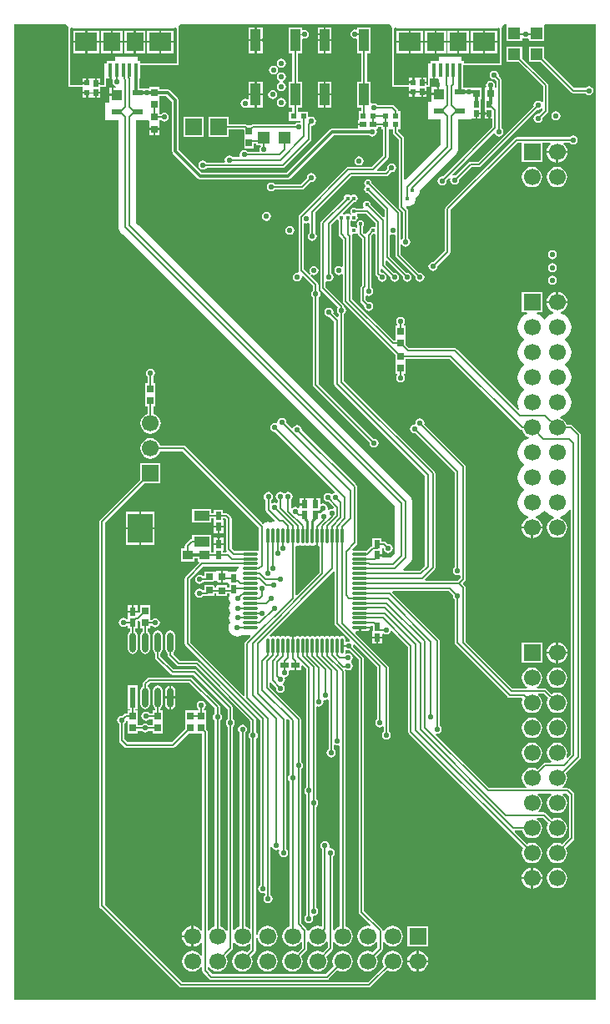
<source format=gtl>
%FSLAX43Y43*%
%MOMM*%
G71*
G01*
G75*
G04 Layer_Physical_Order=1*
G04 Layer_Color=255*
%ADD10R,1.000X0.950*%
%ADD11R,2.300X1.900*%
%ADD12R,0.400X1.400*%
%ADD13R,1.775X1.900*%
%ADD14R,0.610X2.032*%
%ADD15O,0.610X2.032*%
%ADD16R,1.000X2.250*%
%ADD17R,1.600X1.000*%
%ADD18R,2.500X3.000*%
%ADD19O,1.650X0.300*%
%ADD20O,0.300X1.650*%
%ADD21R,1.200X1.200*%
%ADD22R,1.100X0.600*%
%ADD23R,1.100X1.000*%
%ADD24R,0.700X0.700*%
%ADD25R,0.600X0.550*%
%ADD26R,0.650X0.800*%
%ADD27R,0.650X0.500*%
%ADD28R,0.762X0.762*%
%ADD29R,0.600X0.900*%
%ADD30R,0.550X0.600*%
%ADD31R,0.500X0.650*%
%ADD32R,0.700X0.700*%
%ADD33R,0.900X0.600*%
%ADD34R,1.200X1.200*%
%ADD35C,0.175*%
%ADD36C,0.180*%
%ADD37C,0.200*%
%ADD38C,0.125*%
%ADD39C,0.250*%
%ADD40C,0.400*%
%ADD41C,0.300*%
%ADD42R,0.900X0.300*%
%ADD43R,1.700X1.700*%
%ADD44C,1.700*%
%ADD45R,1.700X1.700*%
%ADD46C,3.600*%
%ADD47C,0.550*%
%ADD48C,0.400*%
G36*
X-22843Y-20711D02*
Y-20971D01*
X-22959Y-21066D01*
X-23075Y-21043D01*
X-23221Y-21072D01*
X-23345Y-21155D01*
X-23428Y-21279D01*
X-23457Y-21425D01*
X-23457Y-21428D01*
X-23739Y-21711D01*
X-23797Y-21798D01*
X-24018Y-21754D01*
X-24107Y-21664D01*
Y-21047D01*
X-24105Y-21045D01*
X-24022Y-20921D01*
X-23993Y-20775D01*
X-24022Y-20629D01*
X-24105Y-20505D01*
X-24229Y-20422D01*
X-24375Y-20393D01*
X-24521Y-20422D01*
X-24645Y-20505D01*
X-24728Y-20629D01*
X-24757Y-20775D01*
X-24728Y-20921D01*
X-24694Y-20972D01*
X-24731Y-21118D01*
X-24775Y-21141D01*
X-24879Y-21072D01*
X-25025Y-21043D01*
X-25171Y-21072D01*
X-25217Y-21102D01*
X-25352Y-21037D01*
X-25399Y-20488D01*
X-25270Y-20412D01*
X-25171Y-20478D01*
X-25025Y-20507D01*
X-24879Y-20478D01*
X-24755Y-20395D01*
X-24672Y-20271D01*
X-24643Y-20125D01*
X-24672Y-19979D01*
X-24741Y-19875D01*
X-24670Y-19743D01*
X-23811D01*
X-22843Y-20711D01*
D02*
G37*
G36*
X-21235Y-715D02*
X-21199Y-730D01*
X-21160Y-875D01*
X-21160Y-875D01*
X-21162Y-881D01*
X-21165Y-886D01*
X-21171Y-914D01*
X-21178Y-942D01*
X-21177Y-948D01*
X-21178Y-954D01*
Y-6700D01*
X-21165Y-6768D01*
X-21126Y-6826D01*
X-21068Y-6865D01*
X-21000Y-6878D01*
X-19475D01*
Y-6900D01*
X-19475Y-6900D01*
X-19475Y-6900D01*
Y-7300D01*
X-19000D01*
Y-7400D01*
X-18900D01*
Y-7900D01*
X-18550D01*
Y-7900D01*
X-18200D01*
Y-7375D01*
X-18100D01*
Y-7275D01*
X-17650D01*
Y-6878D01*
X-17500D01*
X-17432Y-6865D01*
X-17374Y-6826D01*
X-17335Y-6768D01*
X-17322Y-6700D01*
Y-6050D01*
X-17300D01*
Y-6050D01*
X-17000D01*
Y-5150D01*
X-16800D01*
Y-6050D01*
X-16500D01*
D01*
X-16500D01*
X-16400Y-6150D01*
Y-6450D01*
X-16320D01*
Y-6700D01*
X-16309Y-6787D01*
X-16407Y-6900D01*
X-17150D01*
Y-7500D01*
X-16400D01*
Y-7700D01*
X-17150D01*
Y-8300D01*
D01*
Y-8300D01*
X-17250Y-8400D01*
X-17550D01*
Y-10200D01*
X-16226D01*
Y-12692D01*
X-19819Y-16285D01*
X-19957Y-16227D01*
Y-12084D01*
X-19978Y-11981D01*
X-20036Y-11895D01*
X-20543Y-11387D01*
Y-11150D01*
X-20336D01*
Y-10250D01*
D01*
Y-10250D01*
X-20336Y-10250D01*
Y-10250D01*
X-20336D01*
X-20336D01*
Y-9350D01*
X-20543D01*
Y-9288D01*
X-20563Y-9186D01*
X-20621Y-9099D01*
X-20935Y-8786D01*
X-21022Y-8728D01*
X-21124Y-8707D01*
X-22613D01*
X-22651Y-8651D01*
X-22799Y-8551D01*
X-22975Y-8516D01*
X-23151Y-8551D01*
X-23193Y-8579D01*
X-23325Y-8509D01*
Y-6350D01*
X-23732D01*
Y-3450D01*
X-23325D01*
Y-850D01*
X-24675D01*
Y-973D01*
X-24791Y-1068D01*
X-24925Y-1041D01*
X-25101Y-1076D01*
X-25249Y-1176D01*
X-25349Y-1324D01*
X-25384Y-1500D01*
X-25349Y-1676D01*
X-25249Y-1824D01*
X-25101Y-1924D01*
X-24925Y-1959D01*
X-24791Y-1932D01*
X-24675Y-2027D01*
Y-3450D01*
X-24268D01*
Y-6350D01*
X-24675D01*
Y-8950D01*
X-24268D01*
Y-9350D01*
X-24575D01*
Y-10225D01*
X-24600D01*
Y-11119D01*
X-27250D01*
X-27377Y-11144D01*
X-27484Y-11216D01*
X-31887Y-15619D01*
X-40488D01*
X-42819Y-13288D01*
Y-8250D01*
X-42844Y-8123D01*
X-42916Y-8016D01*
X-43688Y-7244D01*
X-43795Y-7172D01*
X-43922Y-7147D01*
X-44800D01*
Y-6900D01*
X-45800D01*
Y-6943D01*
X-45916Y-7038D01*
X-46025Y-7016D01*
X-46201Y-7051D01*
X-46275Y-7011D01*
Y-7003D01*
X-46803D01*
Y-6025D01*
X-46759D01*
Y-4699D01*
X-46734Y-4678D01*
X-43034D01*
X-42966Y-4665D01*
X-42908Y-4626D01*
X-42869Y-4568D01*
X-42856Y-4500D01*
Y-954D01*
X-42857Y-948D01*
X-42856Y-943D01*
X-42863Y-914D01*
X-42869Y-886D01*
X-42872Y-881D01*
X-42874Y-875D01*
X-42835Y-730D01*
X-42798Y-715D01*
X-42556Y-529D01*
X-21477D01*
X-21235Y-715D01*
D02*
G37*
G36*
X-53433Y-911D02*
Y-904D01*
X-43434D01*
Y-911D01*
X-43129Y-870D01*
X-43034Y-954D01*
Y-4500D01*
X-46734D01*
Y-4250D01*
X-46984D01*
Y-3850D01*
X-49234D01*
Y-4250D01*
X-50134D01*
Y-4500D01*
X-50334D01*
Y-6700D01*
X-50750D01*
Y-6603D01*
X-51200D01*
Y-6503D01*
X-51300D01*
Y-5978D01*
X-51625D01*
Y-5978D01*
X-52000D01*
Y-6478D01*
X-52100D01*
Y-6578D01*
X-52575D01*
Y-6700D01*
X-53834D01*
Y-954D01*
X-53739Y-870D01*
X-53433Y-911D01*
D02*
G37*
G36*
X-529Y-99471D02*
X-59471D01*
Y-529D01*
X-54311D01*
X-54069Y-715D01*
X-54033Y-730D01*
X-53994Y-875D01*
X-53994Y-875D01*
X-53996Y-881D01*
X-53999Y-886D01*
X-54005Y-914D01*
X-54012Y-942D01*
X-54011Y-948D01*
X-54012Y-954D01*
Y-6700D01*
X-53999Y-6768D01*
X-53960Y-6826D01*
X-53902Y-6865D01*
X-53834Y-6878D01*
X-52575D01*
Y-6978D01*
X-52575Y-6978D01*
X-52575Y-6978D01*
Y-7378D01*
X-52100D01*
Y-7478D01*
X-52000D01*
Y-7978D01*
X-51650D01*
Y-7978D01*
X-51300D01*
Y-7453D01*
X-51200D01*
Y-7353D01*
X-50750D01*
Y-6928D01*
X-50750D01*
Y-6878D01*
X-50334D01*
X-50266Y-6865D01*
X-50208Y-6826D01*
X-50169Y-6768D01*
X-50156Y-6700D01*
Y-6050D01*
X-50134D01*
Y-6050D01*
X-49834D01*
Y-5150D01*
X-49634D01*
Y-6050D01*
X-49561D01*
X-49490Y-6182D01*
X-49508Y-6208D01*
X-49543Y-6384D01*
X-49508Y-6560D01*
X-49408Y-6708D01*
X-49260Y-6808D01*
X-49155Y-6829D01*
X-49170Y-6978D01*
X-49850D01*
Y-7578D01*
X-49100D01*
Y-7778D01*
X-49850D01*
Y-8378D01*
D01*
Y-8378D01*
X-49950Y-8478D01*
X-50250D01*
Y-10278D01*
X-48926D01*
Y-21070D01*
X-48902Y-21250D01*
X-48867Y-21334D01*
X-48833Y-21418D01*
X-48722Y-21562D01*
X-20896Y-49388D01*
Y-54187D01*
X-21323Y-54614D01*
X-22200D01*
Y-54500D01*
X-22700D01*
Y-54300D01*
X-22200D01*
Y-53750D01*
X-22200D01*
Y-53658D01*
X-22110Y-53626D01*
X-22019Y-53700D01*
X-22021Y-53713D01*
X-21986Y-53888D01*
X-21887Y-54037D01*
X-21738Y-54136D01*
X-21562Y-54171D01*
X-21387Y-54136D01*
X-21238Y-54037D01*
X-21139Y-53888D01*
X-21104Y-53713D01*
X-21139Y-53537D01*
X-21238Y-53388D01*
X-21387Y-53289D01*
X-21562Y-53254D01*
X-21614Y-53264D01*
X-21777Y-53102D01*
X-21868Y-53041D01*
X-21975Y-53020D01*
X-22225D01*
Y-52675D01*
X-23175D01*
Y-53410D01*
X-23207Y-53416D01*
X-23298Y-53477D01*
X-23742Y-53920D01*
X-23750Y-53919D01*
X-25100D01*
X-25155Y-53930D01*
X-25226Y-53797D01*
X-24752Y-53323D01*
X-24691Y-53232D01*
X-24670Y-53125D01*
Y-47450D01*
X-24691Y-47343D01*
X-24752Y-47252D01*
X-30327Y-41677D01*
X-30316Y-41625D01*
X-30351Y-41449D01*
X-30451Y-41301D01*
X-30599Y-41201D01*
X-30775Y-41166D01*
X-30951Y-41201D01*
X-31099Y-41301D01*
X-31199Y-41449D01*
X-31202Y-41465D01*
X-31345Y-41508D01*
X-31902Y-40952D01*
X-31891Y-40900D01*
X-31926Y-40724D01*
X-32026Y-40576D01*
X-32174Y-40476D01*
X-32350Y-40441D01*
X-32526Y-40476D01*
X-32674Y-40576D01*
X-32774Y-40724D01*
X-32809Y-40900D01*
X-32806Y-40912D01*
X-32912Y-41019D01*
X-33050Y-40991D01*
X-33226Y-41026D01*
X-33374Y-41126D01*
X-33474Y-41274D01*
X-33509Y-41450D01*
X-33474Y-41626D01*
X-33374Y-41774D01*
X-33226Y-41874D01*
X-33050Y-41909D01*
X-32998Y-41898D01*
X-26975Y-47921D01*
X-27019Y-48065D01*
X-27076Y-48076D01*
X-27224Y-48176D01*
X-27499Y-48101D01*
X-27499Y-48101D01*
X-27499Y-48101D01*
X-27675Y-48066D01*
X-27851Y-48101D01*
X-27999Y-48201D01*
X-28099Y-48349D01*
X-28134Y-48525D01*
X-28099Y-48701D01*
X-27999Y-48849D01*
X-27851Y-48949D01*
X-27675Y-48984D01*
X-27623Y-48973D01*
X-27065Y-49532D01*
X-27136Y-49664D01*
X-27250Y-49641D01*
X-27426Y-49676D01*
X-27574Y-49776D01*
X-27577Y-49779D01*
X-27715Y-49722D01*
X-27691Y-49600D01*
X-27726Y-49424D01*
X-27826Y-49276D01*
X-27974Y-49176D01*
X-28150Y-49141D01*
X-28326Y-49176D01*
X-28343Y-49188D01*
X-28475Y-49117D01*
Y-48575D01*
X-28875D01*
Y-49225D01*
X-29075D01*
Y-48575D01*
X-29475D01*
D01*
D01*
X-29475Y-48575D01*
X-29575D01*
Y-48575D01*
X-30575D01*
Y-49125D01*
X-30075D01*
Y-49325D01*
X-30575D01*
Y-49509D01*
X-30707Y-49579D01*
X-30824Y-49501D01*
X-31000Y-49466D01*
X-31176Y-49501D01*
X-31300Y-49584D01*
X-31432Y-49514D01*
Y-48787D01*
X-31376Y-48749D01*
X-31276Y-48601D01*
X-31241Y-48425D01*
X-31276Y-48249D01*
X-31376Y-48101D01*
X-31524Y-48001D01*
X-31700Y-47966D01*
X-31876Y-48001D01*
X-32024Y-48101D01*
X-32037Y-48120D01*
X-32188D01*
X-32201Y-48101D01*
X-32349Y-48001D01*
X-32525Y-47966D01*
X-32701Y-48001D01*
X-32849Y-48101D01*
X-32949Y-48249D01*
X-32984Y-48425D01*
X-32949Y-48601D01*
X-32849Y-48749D01*
X-32793Y-48787D01*
Y-49031D01*
X-32924Y-49101D01*
X-33100Y-49066D01*
X-33276Y-49101D01*
X-33325Y-49134D01*
X-33457Y-49063D01*
Y-48787D01*
X-33401Y-48749D01*
X-33301Y-48601D01*
X-33266Y-48425D01*
X-33301Y-48249D01*
X-33401Y-48101D01*
X-33549Y-48001D01*
X-33725Y-47966D01*
X-33901Y-48001D01*
X-34049Y-48101D01*
X-34149Y-48249D01*
X-34184Y-48425D01*
X-34149Y-48601D01*
X-34049Y-48749D01*
X-33993Y-48787D01*
Y-49800D01*
X-33972Y-49902D01*
X-33914Y-49989D01*
X-33098Y-50806D01*
X-33064Y-50887D01*
X-33155Y-51006D01*
X-33250Y-50994D01*
X-33446Y-51019D01*
X-33500Y-51042D01*
X-33554Y-51019D01*
X-33750Y-50994D01*
X-33946Y-51019D01*
X-34128Y-51095D01*
X-34259Y-51195D01*
X-42102Y-43352D01*
X-42193Y-43291D01*
X-42300Y-43270D01*
X-44682D01*
X-44780Y-43033D01*
X-44944Y-42819D01*
X-45158Y-42655D01*
X-45407Y-42551D01*
X-45675Y-42516D01*
X-45943Y-42551D01*
X-46192Y-42655D01*
X-46406Y-42819D01*
X-46570Y-43033D01*
X-46674Y-43282D01*
X-46709Y-43550D01*
X-46674Y-43818D01*
X-46570Y-44067D01*
X-46406Y-44281D01*
X-46192Y-44445D01*
X-45943Y-44549D01*
X-45675Y-44584D01*
X-45407Y-44549D01*
X-45158Y-44445D01*
X-44944Y-44281D01*
X-44780Y-44067D01*
X-44682Y-43830D01*
X-42416D01*
X-34680Y-51566D01*
Y-53844D01*
X-34796Y-53939D01*
X-34900Y-53919D01*
X-36250D01*
X-36377Y-53944D01*
X-36415Y-53970D01*
X-37134D01*
X-37445Y-53659D01*
Y-50650D01*
X-37445Y-50650D01*
X-37466Y-50543D01*
X-37527Y-50452D01*
X-37802Y-50177D01*
X-37893Y-50116D01*
X-38000Y-50095D01*
X-38300D01*
Y-49750D01*
X-39250D01*
Y-50095D01*
X-39500D01*
Y-49700D01*
X-41450D01*
Y-51050D01*
X-39500D01*
Y-50655D01*
X-39250D01*
Y-50825D01*
X-39275D01*
Y-51375D01*
X-38275D01*
Y-50825D01*
X-38300D01*
Y-50655D01*
X-38116D01*
X-38005Y-50766D01*
Y-53775D01*
X-37984Y-53882D01*
X-37931Y-53962D01*
X-37952Y-54002D01*
X-38045Y-54095D01*
X-38300D01*
Y-53925D01*
X-38275D01*
Y-53375D01*
X-39275D01*
Y-53925D01*
X-39250D01*
Y-54095D01*
X-39550D01*
Y-53725D01*
X-39550D01*
Y-53700D01*
X-39500Y-53650D01*
X-39500D01*
Y-52300D01*
X-41450D01*
Y-52695D01*
X-41475D01*
X-41582Y-52716D01*
X-41673Y-52777D01*
X-42123Y-53227D01*
X-42184Y-53318D01*
X-42205Y-53425D01*
Y-53725D01*
X-42600D01*
Y-55025D01*
X-41250D01*
Y-54703D01*
X-40900D01*
Y-55025D01*
X-40799D01*
X-40742Y-55164D01*
X-42114Y-56536D01*
X-42172Y-56623D01*
X-42193Y-56725D01*
Y-63350D01*
X-42193Y-63350D01*
X-42193D01*
X-42172Y-63452D01*
X-42114Y-63539D01*
X-34558Y-71096D01*
Y-87852D01*
X-34614Y-87890D01*
X-34714Y-88039D01*
X-34749Y-88214D01*
X-34714Y-88390D01*
X-34614Y-88539D01*
X-34466Y-88638D01*
X-34290Y-88673D01*
X-34134Y-88642D01*
X-34031Y-88726D01*
X-34038Y-88876D01*
X-34074Y-88901D01*
X-34174Y-89049D01*
X-34209Y-89225D01*
X-34174Y-89401D01*
X-34074Y-89549D01*
X-33926Y-89649D01*
X-33750Y-89684D01*
X-33574Y-89649D01*
X-33426Y-89549D01*
X-33326Y-89401D01*
X-33291Y-89225D01*
X-33326Y-89049D01*
X-33426Y-88901D01*
X-33482Y-88863D01*
Y-83994D01*
X-33333Y-83979D01*
X-33324Y-84026D01*
X-33224Y-84174D01*
X-33076Y-84274D01*
X-32900Y-84309D01*
X-32724Y-84274D01*
X-32696Y-84255D01*
X-32590Y-84361D01*
X-32599Y-84374D01*
X-32634Y-84550D01*
X-32599Y-84726D01*
X-32499Y-84874D01*
X-32351Y-84974D01*
X-32175Y-85009D01*
X-31999Y-84974D01*
X-31851Y-84874D01*
X-31751Y-84726D01*
X-31716Y-84550D01*
X-31751Y-84374D01*
X-31851Y-84226D01*
X-31907Y-84188D01*
Y-71042D01*
X-31828Y-71009D01*
X-31758Y-70995D01*
X-31538Y-71216D01*
Y-76638D01*
X-31594Y-76676D01*
X-31694Y-76824D01*
X-31729Y-77000D01*
X-31694Y-77176D01*
X-31594Y-77324D01*
X-31538Y-77362D01*
Y-92031D01*
X-31787Y-92135D01*
X-32001Y-92299D01*
X-32165Y-92513D01*
X-32269Y-92762D01*
X-32304Y-93030D01*
X-32269Y-93298D01*
X-32165Y-93547D01*
X-32001Y-93761D01*
X-31787Y-93925D01*
X-31538Y-94029D01*
X-31270Y-94064D01*
X-31002Y-94029D01*
X-30753Y-93925D01*
X-30539Y-93761D01*
X-30435Y-93625D01*
X-30293Y-93673D01*
Y-94214D01*
X-30753Y-94675D01*
X-31002Y-94571D01*
X-31270Y-94536D01*
X-31538Y-94571D01*
X-31787Y-94675D01*
X-32001Y-94839D01*
X-32165Y-95053D01*
X-32269Y-95302D01*
X-32304Y-95570D01*
X-32269Y-95838D01*
X-32165Y-96087D01*
X-32001Y-96301D01*
X-31787Y-96465D01*
X-31538Y-96569D01*
X-31270Y-96604D01*
X-31002Y-96569D01*
X-30753Y-96465D01*
X-30539Y-96301D01*
X-30375Y-96087D01*
X-30271Y-95838D01*
X-30236Y-95570D01*
X-30271Y-95302D01*
X-30375Y-95053D01*
X-29836Y-94514D01*
X-29778Y-94427D01*
X-29757Y-94325D01*
X-29757Y-94325D01*
X-29757Y-94325D01*
Y-94325D01*
Y-93608D01*
X-29615Y-93560D01*
X-29461Y-93761D01*
X-29247Y-93925D01*
X-28998Y-94029D01*
X-28730Y-94064D01*
X-28462Y-94029D01*
X-28213Y-93925D01*
X-27999Y-93761D01*
X-27835Y-93547D01*
X-27835D01*
D01*
X-27835Y-93547D01*
X-27693Y-93606D01*
Y-94154D01*
X-28213Y-94675D01*
X-28462Y-94571D01*
X-28730Y-94536D01*
X-28998Y-94571D01*
X-29247Y-94675D01*
X-29461Y-94839D01*
X-29625Y-95053D01*
X-29729Y-95302D01*
X-29764Y-95570D01*
X-29729Y-95838D01*
X-29625Y-96087D01*
X-29461Y-96301D01*
X-29247Y-96465D01*
X-28998Y-96569D01*
X-28730Y-96604D01*
X-28462Y-96569D01*
X-28213Y-96465D01*
X-27999Y-96301D01*
X-27835Y-96087D01*
X-27731Y-95838D01*
X-27696Y-95570D01*
X-27731Y-95302D01*
X-27835Y-95053D01*
X-27236Y-94454D01*
X-27178Y-94367D01*
X-27157Y-94265D01*
X-27157Y-94265D01*
X-27157Y-94265D01*
Y-94265D01*
Y-93686D01*
X-27015Y-93638D01*
X-26921Y-93761D01*
X-26707Y-93925D01*
X-26458Y-94029D01*
X-26190Y-94064D01*
X-25922Y-94029D01*
X-25673Y-93925D01*
X-25459Y-93761D01*
X-25295Y-93547D01*
X-25191Y-93298D01*
X-25156Y-93030D01*
X-25191Y-92762D01*
X-25295Y-92513D01*
X-25459Y-92299D01*
X-25673Y-92135D01*
X-25922Y-92031D01*
Y-66160D01*
X-25937Y-66087D01*
X-25812Y-66003D01*
X-25777Y-66027D01*
X-25601Y-66062D01*
X-25426Y-66027D01*
X-25277Y-65928D01*
X-25177Y-65779D01*
X-25142Y-65603D01*
X-25177Y-65428D01*
X-25277Y-65279D01*
X-25279Y-65277D01*
Y-65127D01*
X-25276Y-65124D01*
X-25176Y-64976D01*
X-25141Y-64800D01*
X-25176Y-64624D01*
X-25276Y-64476D01*
X-25424Y-64376D01*
X-25600Y-64341D01*
X-25776Y-64376D01*
X-25807Y-64397D01*
X-25931Y-64313D01*
X-25919Y-64250D01*
Y-64046D01*
X-25786Y-63975D01*
X-25751Y-63999D01*
X-25575Y-64034D01*
X-25508Y-64020D01*
X-24543Y-64986D01*
Y-90600D01*
X-24522Y-90702D01*
X-24464Y-90789D01*
X-23363Y-91891D01*
X-23429Y-92025D01*
X-23650Y-91996D01*
X-23918Y-92031D01*
X-24167Y-92135D01*
X-24381Y-92299D01*
X-24545Y-92513D01*
X-24649Y-92762D01*
X-24684Y-93030D01*
X-24649Y-93298D01*
X-24545Y-93547D01*
X-24381Y-93761D01*
X-24167Y-93925D01*
X-23918Y-94029D01*
X-23650Y-94064D01*
X-23382Y-94029D01*
X-23133Y-93925D01*
X-22919Y-93761D01*
X-22785Y-93586D01*
X-22643Y-93634D01*
Y-94184D01*
X-23133Y-94675D01*
X-23382Y-94571D01*
X-23650Y-94536D01*
X-23918Y-94571D01*
X-24167Y-94675D01*
X-24381Y-94839D01*
X-24545Y-95053D01*
X-24649Y-95302D01*
X-24684Y-95570D01*
X-24649Y-95838D01*
X-24545Y-96087D01*
X-24381Y-96301D01*
X-24167Y-96465D01*
X-23918Y-96569D01*
X-23650Y-96604D01*
X-23382Y-96569D01*
X-23133Y-96465D01*
X-22919Y-96301D01*
X-22755Y-96087D01*
X-22651Y-95838D01*
X-22616Y-95570D01*
X-22651Y-95302D01*
X-22755Y-95053D01*
X-22186Y-94484D01*
X-22128Y-94397D01*
X-22107Y-94295D01*
Y-93647D01*
X-21965Y-93599D01*
X-21841Y-93761D01*
X-21627Y-93925D01*
X-21378Y-94029D01*
X-21110Y-94064D01*
X-20842Y-94029D01*
X-20593Y-93925D01*
X-20379Y-93761D01*
X-20215Y-93547D01*
X-20111Y-93298D01*
X-20076Y-93030D01*
X-20111Y-92762D01*
X-20215Y-92513D01*
X-20379Y-92299D01*
X-20593Y-92135D01*
X-20842Y-92031D01*
X-21110Y-91996D01*
X-21378Y-92031D01*
X-21627Y-92135D01*
X-21841Y-92299D01*
X-21974Y-92472D01*
X-22120Y-92438D01*
X-22128Y-92398D01*
X-22186Y-92311D01*
X-24007Y-90489D01*
Y-64875D01*
X-24028Y-64773D01*
X-24086Y-64686D01*
X-25130Y-63642D01*
X-25116Y-63575D01*
X-25131Y-63500D01*
X-24999Y-63430D01*
X-22693Y-65736D01*
Y-71038D01*
X-22749Y-71076D01*
X-22849Y-71224D01*
X-22884Y-71400D01*
X-22849Y-71576D01*
X-22749Y-71724D01*
X-22601Y-71824D01*
X-22425Y-71859D01*
X-22249Y-71824D01*
X-22150Y-71757D01*
X-22018Y-71828D01*
Y-72288D01*
X-22074Y-72326D01*
X-22174Y-72474D01*
X-22209Y-72650D01*
X-22174Y-72826D01*
X-22074Y-72974D01*
X-21926Y-73074D01*
X-21750Y-73109D01*
X-21574Y-73074D01*
X-21426Y-72974D01*
X-21326Y-72826D01*
X-21291Y-72650D01*
X-21326Y-72474D01*
X-21426Y-72326D01*
X-21482Y-72288D01*
Y-65800D01*
X-21503Y-65698D01*
X-21561Y-65611D01*
X-24852Y-62319D01*
X-24837Y-62170D01*
X-24742Y-62107D01*
X-24525D01*
Y-61750D01*
X-24425D01*
Y-61650D01*
X-23413D01*
X-23414Y-61646D01*
X-23319Y-61530D01*
X-23141D01*
X-23125Y-61547D01*
Y-62075D01*
X-23150D01*
Y-62625D01*
X-22150D01*
Y-62404D01*
X-22018Y-62333D01*
X-21918Y-62400D01*
X-21742Y-62435D01*
X-21567Y-62400D01*
X-21418Y-62300D01*
X-21319Y-62152D01*
X-21306Y-62089D01*
X-21163Y-62045D01*
X-19521Y-63687D01*
Y-72327D01*
X-19500Y-72429D01*
X-19442Y-72516D01*
X-7865Y-84093D01*
X-7969Y-84342D01*
X-8004Y-84610D01*
X-7969Y-84878D01*
X-7865Y-85127D01*
X-7701Y-85341D01*
X-7487Y-85505D01*
X-7238Y-85609D01*
X-6970Y-85644D01*
X-6702Y-85609D01*
X-6453Y-85505D01*
X-6239Y-85341D01*
X-6075Y-85127D01*
X-5971Y-84878D01*
X-5936Y-84610D01*
X-5971Y-84342D01*
X-6075Y-84093D01*
X-6239Y-83879D01*
X-6453Y-83715D01*
X-6702Y-83611D01*
X-6970Y-83576D01*
X-7238Y-83611D01*
X-7487Y-83715D01*
X-8725Y-82476D01*
X-8668Y-82338D01*
X-7969D01*
X-7865Y-82587D01*
X-7701Y-82801D01*
X-7487Y-82965D01*
X-7238Y-83069D01*
X-6970Y-83104D01*
X-6702Y-83069D01*
X-6453Y-82965D01*
X-6239Y-82801D01*
X-6075Y-82587D01*
X-5971Y-82338D01*
X-5936Y-82070D01*
X-5971Y-81802D01*
X-6075Y-81553D01*
X-6239Y-81339D01*
X-6453Y-81175D01*
X-6477Y-81165D01*
X-6448Y-81018D01*
X-5861D01*
X-5325Y-81553D01*
X-5429Y-81802D01*
X-5464Y-82070D01*
X-5429Y-82338D01*
X-5325Y-82587D01*
X-5161Y-82801D01*
X-4947Y-82965D01*
X-4698Y-83069D01*
X-4430Y-83104D01*
X-4162Y-83069D01*
X-3913Y-82965D01*
X-3699Y-82801D01*
X-3535Y-82587D01*
X-3431Y-82338D01*
X-3396Y-82070D01*
X-3431Y-81802D01*
X-3535Y-81553D01*
X-3699Y-81339D01*
X-3913Y-81175D01*
X-4162Y-81071D01*
X-4430Y-81036D01*
X-4698Y-81071D01*
X-4947Y-81175D01*
X-5561Y-80561D01*
X-5648Y-80503D01*
X-5750Y-80482D01*
X-6294D01*
X-6342Y-80340D01*
X-6239Y-80261D01*
X-6075Y-80047D01*
X-5971Y-79798D01*
X-5936Y-79530D01*
X-5971Y-79262D01*
X-6075Y-79013D01*
X-6239Y-78799D01*
X-6388Y-78685D01*
X-6340Y-78543D01*
X-5060D01*
X-5012Y-78685D01*
X-5161Y-78799D01*
X-5325Y-79013D01*
X-5429Y-79262D01*
X-5464Y-79530D01*
X-5429Y-79798D01*
X-5325Y-80047D01*
X-5161Y-80261D01*
X-4947Y-80425D01*
X-4698Y-80529D01*
X-4430Y-80564D01*
X-4162Y-80529D01*
X-3913Y-80425D01*
X-3699Y-80261D01*
X-3535Y-80047D01*
X-3431Y-79798D01*
X-3396Y-79530D01*
X-3431Y-79262D01*
X-3535Y-79013D01*
X-3699Y-78799D01*
X-3848Y-78685D01*
X-3800Y-78543D01*
X-3461D01*
X-3193Y-78811D01*
Y-82994D01*
X-3913Y-83715D01*
X-4162Y-83611D01*
X-4430Y-83576D01*
X-4698Y-83611D01*
X-4947Y-83715D01*
X-5161Y-83879D01*
X-5325Y-84093D01*
X-5429Y-84342D01*
X-5464Y-84610D01*
X-5429Y-84878D01*
X-5325Y-85127D01*
X-5161Y-85341D01*
X-4947Y-85505D01*
X-4698Y-85609D01*
X-4430Y-85644D01*
X-4162Y-85609D01*
X-3913Y-85505D01*
X-3699Y-85341D01*
X-3535Y-85127D01*
X-3431Y-84878D01*
X-3396Y-84610D01*
X-3431Y-84342D01*
X-3535Y-84093D01*
X-2736Y-83294D01*
X-2678Y-83207D01*
X-2657Y-83105D01*
Y-78700D01*
X-2674Y-78615D01*
X-2678Y-78598D01*
X-2736Y-78511D01*
X-3161Y-78086D01*
X-3248Y-78028D01*
X-3350Y-78007D01*
X-3839D01*
X-3887Y-77865D01*
X-3699Y-77721D01*
X-3535Y-77507D01*
X-3431Y-77258D01*
X-3396Y-76990D01*
X-3431Y-76722D01*
X-3535Y-76473D01*
X-2111Y-75049D01*
X-2053Y-74962D01*
X-2032Y-74860D01*
Y-42175D01*
X-2053Y-42073D01*
X-2111Y-41986D01*
X-2856Y-41241D01*
X-2943Y-41183D01*
X-3045Y-41162D01*
X-3431D01*
X-3535Y-40913D01*
X-3699Y-40699D01*
X-3913Y-40535D01*
X-4104Y-40456D01*
X-4084Y-40307D01*
X-4051Y-40303D01*
X-3699Y-40157D01*
X-3396Y-39924D01*
X-3163Y-39621D01*
X-3017Y-39269D01*
X-2967Y-38890D01*
X-3017Y-38511D01*
X-3163Y-38159D01*
X-3396Y-37856D01*
X-3605Y-37695D01*
Y-37545D01*
X-3396Y-37384D01*
X-3163Y-37081D01*
X-3017Y-36729D01*
X-2967Y-36350D01*
X-3017Y-35971D01*
X-3163Y-35619D01*
X-3396Y-35316D01*
X-3605Y-35155D01*
Y-35005D01*
X-3396Y-34844D01*
X-3163Y-34541D01*
X-3017Y-34189D01*
X-2967Y-33810D01*
X-3017Y-33431D01*
X-3163Y-33079D01*
X-3396Y-32776D01*
X-3605Y-32615D01*
Y-32465D01*
X-3396Y-32304D01*
X-3163Y-32001D01*
X-3017Y-31649D01*
X-2967Y-31270D01*
X-3017Y-30891D01*
X-3163Y-30539D01*
X-3396Y-30236D01*
X-3699Y-30003D01*
X-4049Y-29859D01*
Y-29835D01*
X-4031Y-29701D01*
X-3900Y-29647D01*
X-3681Y-29479D01*
X-3513Y-29260D01*
X-3407Y-29004D01*
X-3384Y-28830D01*
X-5476D01*
X-5453Y-29004D01*
X-5347Y-29260D01*
X-5179Y-29479D01*
X-4960Y-29647D01*
X-4829Y-29701D01*
X-4811Y-29835D01*
Y-29859D01*
X-5161Y-30003D01*
X-5464Y-30236D01*
X-5625Y-30445D01*
X-5775D01*
X-5936Y-30236D01*
X-6239Y-30003D01*
X-6483Y-29902D01*
X-6454Y-29755D01*
X-5945D01*
Y-27705D01*
X-7995D01*
Y-29755D01*
X-7486D01*
X-7457Y-29902D01*
X-7701Y-30003D01*
X-8004Y-30236D01*
X-8237Y-30539D01*
X-8383Y-30891D01*
X-8433Y-31270D01*
X-8383Y-31649D01*
X-8237Y-32001D01*
X-8004Y-32304D01*
X-7795Y-32465D01*
Y-32615D01*
X-8004Y-32776D01*
X-8237Y-33079D01*
X-8383Y-33431D01*
X-8433Y-33810D01*
X-8383Y-34189D01*
X-8237Y-34541D01*
X-8004Y-34844D01*
X-7795Y-35005D01*
Y-35155D01*
X-8004Y-35316D01*
X-8237Y-35619D01*
X-8383Y-35971D01*
X-8433Y-36350D01*
X-8383Y-36729D01*
X-8237Y-37081D01*
X-8004Y-37384D01*
X-7795Y-37545D01*
Y-37695D01*
X-8004Y-37856D01*
X-8237Y-38159D01*
X-8383Y-38511D01*
X-8433Y-38890D01*
X-8383Y-39269D01*
X-8250Y-39588D01*
X-8375Y-39672D01*
X-14636Y-33411D01*
X-14723Y-33353D01*
X-14825Y-33332D01*
X-19464D01*
X-19800Y-32996D01*
Y-32356D01*
X-19800Y-32356D01*
D01*
D01*
X-19800Y-32300D01*
Y-32294D01*
Y-32275D01*
X-19800Y-32250D01*
X-19800Y-32194D01*
X-19800Y-32194D01*
X-19800D01*
Y-31100D01*
X-19892D01*
X-19935Y-31035D01*
X-19971Y-30968D01*
X-19876Y-30826D01*
X-19841Y-30650D01*
X-19876Y-30474D01*
X-19976Y-30326D01*
X-20124Y-30226D01*
X-20300Y-30191D01*
X-20476Y-30226D01*
X-20624Y-30326D01*
X-20724Y-30474D01*
X-20759Y-30650D01*
X-20724Y-30826D01*
X-20629Y-30968D01*
X-20665Y-31035D01*
X-20708Y-31100D01*
X-20800D01*
Y-32194D01*
X-20800Y-32194D01*
X-20800D01*
X-20800Y-32250D01*
Y-32275D01*
Y-32300D01*
X-20800Y-32356D01*
X-20800Y-32356D01*
X-20800D01*
Y-32607D01*
X-20989D01*
X-25207Y-28389D01*
Y-22050D01*
X-25228Y-21948D01*
X-25256Y-21905D01*
X-25171Y-21778D01*
X-25025Y-21807D01*
X-24879Y-21778D01*
X-24874Y-21775D01*
X-24643Y-21775D01*
X-24622Y-21877D01*
X-24564Y-21964D01*
X-24193Y-22336D01*
Y-26989D01*
X-24319Y-27116D01*
X-24377Y-27203D01*
X-24398Y-27305D01*
Y-28575D01*
X-24398Y-28575D01*
X-24398D01*
X-24377Y-28677D01*
X-24319Y-28764D01*
X-23991Y-29092D01*
X-24005Y-29159D01*
X-23970Y-29335D01*
X-23870Y-29484D01*
X-23721Y-29583D01*
X-23546Y-29618D01*
X-23370Y-29583D01*
X-23221Y-29484D01*
X-23122Y-29335D01*
X-23087Y-29159D01*
X-23122Y-28984D01*
X-23221Y-28835D01*
X-23370Y-28735D01*
X-23546Y-28700D01*
X-23613Y-28714D01*
X-23862Y-28464D01*
Y-28117D01*
X-23730Y-28046D01*
X-23726Y-28049D01*
X-23550Y-28084D01*
X-23374Y-28049D01*
X-23226Y-27949D01*
X-23126Y-27801D01*
X-23091Y-27625D01*
X-23126Y-27449D01*
X-23226Y-27301D01*
X-23282Y-27263D01*
Y-22011D01*
X-23078Y-21807D01*
X-23075Y-21807D01*
X-22959Y-21784D01*
X-22843Y-21879D01*
Y-25800D01*
X-22843Y-25800D01*
X-22843D01*
X-22822Y-25902D01*
X-22764Y-25989D01*
X-22620Y-26133D01*
X-22634Y-26200D01*
X-22599Y-26376D01*
X-22499Y-26524D01*
X-22351Y-26624D01*
X-22175Y-26659D01*
X-21999Y-26624D01*
X-21851Y-26524D01*
X-21751Y-26376D01*
X-21716Y-26200D01*
X-21751Y-26024D01*
X-21851Y-25876D01*
X-21999Y-25776D01*
X-22175Y-25741D01*
X-22191Y-25744D01*
X-22307Y-25649D01*
Y-25367D01*
X-22169Y-25310D01*
X-21345Y-26133D01*
X-21359Y-26200D01*
X-21324Y-26376D01*
X-21224Y-26524D01*
X-21076Y-26624D01*
X-20900Y-26659D01*
X-20724Y-26624D01*
X-20576Y-26524D01*
X-20476Y-26376D01*
X-20441Y-26200D01*
X-20476Y-26024D01*
X-20576Y-25876D01*
X-20724Y-25776D01*
X-20900Y-25741D01*
X-20967Y-25755D01*
X-21832Y-24889D01*
Y-24567D01*
X-21694Y-24510D01*
X-20070Y-26133D01*
X-20084Y-26200D01*
X-20049Y-26376D01*
X-19949Y-26524D01*
X-19801Y-26624D01*
X-19625Y-26659D01*
X-19449Y-26624D01*
X-19301Y-26524D01*
X-19201Y-26376D01*
X-19166Y-26200D01*
X-19201Y-26024D01*
X-19301Y-25876D01*
X-19449Y-25776D01*
X-19625Y-25741D01*
X-19692Y-25755D01*
X-21407Y-24039D01*
Y-21919D01*
X-21276Y-21849D01*
X-21100Y-21884D01*
X-20959Y-21856D01*
X-20843Y-21951D01*
Y-23975D01*
X-20843Y-23975D01*
X-20843D01*
X-20822Y-24077D01*
X-20764Y-24164D01*
X-18795Y-26133D01*
X-18809Y-26200D01*
X-18774Y-26376D01*
X-18674Y-26524D01*
X-18526Y-26624D01*
X-18350Y-26659D01*
X-18174Y-26624D01*
X-18026Y-26524D01*
X-17926Y-26376D01*
X-17891Y-26200D01*
X-17926Y-26024D01*
X-18026Y-25876D01*
X-18174Y-25776D01*
X-18350Y-25741D01*
X-18417Y-25755D01*
X-20307Y-23864D01*
Y-22897D01*
X-20164Y-22853D01*
X-20099Y-22949D01*
X-19951Y-23049D01*
X-19775Y-23084D01*
X-19599Y-23049D01*
X-19451Y-22949D01*
X-19351Y-22801D01*
X-19316Y-22625D01*
X-19351Y-22449D01*
X-19451Y-22301D01*
X-19507Y-22263D01*
Y-19475D01*
X-19528Y-19373D01*
X-19586Y-19286D01*
X-19740Y-19132D01*
X-19673Y-18997D01*
X-19600Y-19007D01*
X-19391Y-18979D01*
X-19197Y-18899D01*
X-19029Y-18771D01*
X-18901Y-18603D01*
X-18821Y-18409D01*
X-18793Y-18200D01*
X-18803Y-18122D01*
X-18747Y-18099D01*
X-18579Y-17971D01*
X-18451Y-17803D01*
X-18371Y-17609D01*
X-18343Y-17400D01*
X-18353Y-17325D01*
X-14658Y-13630D01*
X-14547Y-13485D01*
X-14522Y-13423D01*
X-14478Y-13318D01*
X-14454Y-13137D01*
Y-10200D01*
X-13150D01*
Y-10100D01*
X-13050D01*
Y-10100D01*
X-12700D01*
Y-9575D01*
X-12600D01*
Y-9475D01*
X-12150D01*
Y-9050D01*
X-12175D01*
Y-8125D01*
D01*
D01*
X-12075Y-8025D01*
X-12075D01*
Y-6975D01*
X-13125D01*
X-13125Y-6975D01*
Y-6975D01*
X-13153Y-6990D01*
X-13174Y-6976D01*
X-13350Y-6941D01*
X-13526Y-6976D01*
X-13575Y-6925D01*
Y-6925D01*
X-13969D01*
Y-6025D01*
X-13925D01*
Y-4699D01*
X-13900Y-4678D01*
X-10200D01*
X-10132Y-4665D01*
X-10074Y-4626D01*
X-10035Y-4568D01*
X-10022Y-4500D01*
Y-954D01*
X-10023Y-948D01*
X-10022Y-943D01*
X-10029Y-914D01*
X-10035Y-886D01*
X-10038Y-881D01*
X-10040Y-875D01*
X-10001Y-730D01*
X-9964Y-715D01*
X-9722Y-529D01*
X-9525D01*
Y-675D01*
X-9525D01*
Y-2225D01*
X-7975D01*
Y-1968D01*
X-7843Y-1897D01*
X-7776Y-1942D01*
X-7600Y-1977D01*
X-7424Y-1942D01*
X-7407Y-1930D01*
X-7275Y-2001D01*
Y-2225D01*
X-5725D01*
Y-675D01*
X-5725D01*
Y-635D01*
X-5619Y-529D01*
X-529D01*
Y-99471D01*
D02*
G37*
G36*
X-29893Y-65886D02*
Y-77913D01*
X-29949Y-77951D01*
X-30049Y-78099D01*
X-30084Y-78275D01*
X-30049Y-78451D01*
X-29949Y-78599D01*
X-29893Y-78637D01*
Y-90913D01*
X-29949Y-90951D01*
X-30049Y-91099D01*
X-30084Y-91275D01*
X-30049Y-91451D01*
X-29949Y-91599D01*
X-29801Y-91699D01*
X-29625Y-91734D01*
X-29449Y-91699D01*
X-29301Y-91599D01*
X-29201Y-91451D01*
X-29166Y-91275D01*
X-29201Y-91099D01*
X-29202Y-91098D01*
X-29125Y-90971D01*
X-29125D01*
Y-90971D01*
D01*
D01*
X-28949Y-90936D01*
X-28801Y-90837D01*
X-28701Y-90688D01*
X-28666Y-90512D01*
X-28701Y-90337D01*
X-28801Y-90188D01*
X-28857Y-90150D01*
Y-79896D01*
X-28796Y-79854D01*
X-28696Y-79706D01*
X-28661Y-79530D01*
X-28696Y-79354D01*
X-28796Y-79206D01*
X-28857Y-79164D01*
Y-69796D01*
X-28741Y-69701D01*
X-28575Y-69734D01*
X-28399Y-69699D01*
X-28251Y-69599D01*
X-28151Y-69451D01*
X-28116Y-69275D01*
X-28141Y-69148D01*
X-28035Y-69042D01*
X-27950Y-69059D01*
X-27774Y-69024D01*
X-27750Y-69008D01*
X-27618Y-69078D01*
Y-74088D01*
X-27674Y-74126D01*
X-27774Y-74274D01*
X-27809Y-74450D01*
X-27774Y-74626D01*
X-27674Y-74774D01*
X-27526Y-74874D01*
X-27350Y-74909D01*
X-27174Y-74874D01*
X-27026Y-74774D01*
X-26926Y-74626D01*
X-26891Y-74450D01*
X-26926Y-74274D01*
X-27026Y-74126D01*
X-27082Y-74088D01*
Y-73687D01*
X-26950Y-73616D01*
X-26901Y-73649D01*
X-26725Y-73684D01*
X-26574Y-73654D01*
X-26458Y-73749D01*
Y-92031D01*
X-26707Y-92135D01*
X-26921Y-92299D01*
X-27015Y-92422D01*
X-27157Y-92374D01*
Y-84912D01*
X-27101Y-84874D01*
X-27001Y-84726D01*
X-26966Y-84550D01*
X-27001Y-84374D01*
X-27101Y-84226D01*
X-27249Y-84126D01*
X-27425Y-84091D01*
X-27437Y-84094D01*
X-27544Y-83988D01*
X-27516Y-83850D01*
X-27551Y-83674D01*
X-27651Y-83526D01*
X-27799Y-83426D01*
X-27975Y-83391D01*
X-28151Y-83426D01*
X-28299Y-83526D01*
X-28399Y-83674D01*
X-28434Y-83850D01*
X-28399Y-84026D01*
X-28299Y-84174D01*
X-28243Y-84212D01*
Y-91987D01*
X-28367Y-92071D01*
X-28462Y-92031D01*
X-28730Y-91996D01*
X-28998Y-92031D01*
X-29247Y-92135D01*
X-29461Y-92299D01*
X-29614Y-92498D01*
X-29760Y-92464D01*
X-29778Y-92373D01*
X-29836Y-92286D01*
X-30407Y-91714D01*
Y-76087D01*
X-30351Y-76049D01*
X-30251Y-75901D01*
X-30216Y-75725D01*
X-30251Y-75549D01*
X-30351Y-75401D01*
X-30407Y-75363D01*
Y-71050D01*
X-30428Y-70948D01*
X-30486Y-70861D01*
X-33607Y-67739D01*
Y-67343D01*
X-33603Y-67340D01*
X-33469Y-67285D01*
X-32945Y-67808D01*
X-32959Y-67875D01*
X-32924Y-68051D01*
X-32824Y-68199D01*
X-32676Y-68299D01*
X-32500Y-68334D01*
X-32324Y-68299D01*
X-32176Y-68199D01*
X-32076Y-68051D01*
X-32041Y-67875D01*
X-32076Y-67699D01*
X-32176Y-67551D01*
X-32220Y-67521D01*
Y-67371D01*
X-32151Y-67324D01*
X-32051Y-67176D01*
X-32016Y-67000D01*
X-32040Y-66880D01*
X-31957Y-66755D01*
X-31924Y-66749D01*
X-31776Y-66649D01*
X-31676Y-66501D01*
X-31641Y-66325D01*
X-31668Y-66191D01*
X-31582Y-66087D01*
X-31565Y-66075D01*
X-31100D01*
Y-65575D01*
X-30900D01*
Y-66075D01*
X-30350D01*
Y-65624D01*
X-30211Y-65567D01*
X-29893Y-65886D01*
D02*
G37*
G36*
X-26638Y-20331D02*
X-26595Y-20395D01*
X-26593Y-20397D01*
Y-21800D01*
X-26572Y-21902D01*
X-26514Y-21989D01*
X-26143Y-22361D01*
Y-25072D01*
X-26275Y-25143D01*
X-26374Y-25076D01*
X-26550Y-25041D01*
X-26726Y-25076D01*
X-26874Y-25176D01*
X-26974Y-25324D01*
X-27009Y-25500D01*
X-26974Y-25676D01*
X-26874Y-25824D01*
X-26726Y-25924D01*
X-26550Y-25959D01*
X-26374Y-25924D01*
X-26275Y-25857D01*
X-26143Y-25928D01*
Y-28600D01*
X-26143Y-28600D01*
X-26143D01*
X-26122Y-28702D01*
X-26064Y-28789D01*
X-20800Y-34054D01*
Y-34694D01*
X-20800Y-34694D01*
X-20800D01*
X-20800Y-34750D01*
Y-34775D01*
Y-34800D01*
X-20800Y-34856D01*
X-20800Y-34856D01*
X-20800D01*
Y-35950D01*
X-20708D01*
X-20665Y-36015D01*
X-20629Y-36082D01*
X-20724Y-36224D01*
X-20759Y-36400D01*
X-20724Y-36576D01*
X-20624Y-36724D01*
X-20476Y-36824D01*
X-20300Y-36859D01*
X-20124Y-36824D01*
X-19976Y-36724D01*
X-19876Y-36576D01*
X-19841Y-36400D01*
X-19876Y-36224D01*
X-19971Y-36082D01*
X-19935Y-36015D01*
X-19892Y-35950D01*
X-19800D01*
Y-34856D01*
X-19800Y-34856D01*
D01*
D01*
X-19800Y-34800D01*
Y-34794D01*
Y-34775D01*
X-19800Y-34750D01*
X-19800Y-34694D01*
X-19800Y-34694D01*
X-19800D01*
Y-34443D01*
X-15336D01*
X-8159Y-41619D01*
X-8072Y-41677D01*
X-7970Y-41698D01*
X-7969D01*
X-7865Y-41947D01*
X-7701Y-42161D01*
X-7487Y-42325D01*
X-7296Y-42404D01*
X-7316Y-42553D01*
X-7349Y-42557D01*
X-7701Y-42703D01*
X-8004Y-42936D01*
X-8237Y-43239D01*
X-8383Y-43591D01*
X-8433Y-43970D01*
X-8383Y-44349D01*
X-8237Y-44701D01*
X-8004Y-45004D01*
X-7795Y-45165D01*
Y-45315D01*
X-8004Y-45476D01*
X-8237Y-45779D01*
X-8383Y-46131D01*
X-8433Y-46510D01*
X-8383Y-46889D01*
X-8237Y-47241D01*
X-8004Y-47544D01*
X-7795Y-47705D01*
Y-47855D01*
X-8004Y-48016D01*
X-8237Y-48319D01*
X-8383Y-48671D01*
X-8433Y-49050D01*
X-8383Y-49429D01*
X-8237Y-49781D01*
X-8004Y-50084D01*
X-7701Y-50317D01*
X-7351Y-50461D01*
Y-50485D01*
X-7369Y-50619D01*
X-7500Y-50673D01*
X-7719Y-50841D01*
X-7887Y-51060D01*
X-7993Y-51316D01*
X-8016Y-51490D01*
X-5924D01*
X-5947Y-51316D01*
X-6053Y-51060D01*
X-6221Y-50841D01*
X-6440Y-50673D01*
X-6571Y-50619D01*
X-6589Y-50485D01*
Y-50461D01*
X-6239Y-50317D01*
X-5936Y-50084D01*
X-5775Y-49875D01*
X-5625D01*
X-5464Y-50084D01*
X-5161Y-50317D01*
X-4809Y-50463D01*
X-4776Y-50467D01*
X-4756Y-50616D01*
X-4947Y-50695D01*
X-5161Y-50859D01*
X-5325Y-51073D01*
X-5429Y-51322D01*
X-5464Y-51590D01*
X-5429Y-51858D01*
X-5325Y-52107D01*
X-5161Y-52321D01*
X-4947Y-52485D01*
X-4698Y-52589D01*
X-4430Y-52624D01*
X-4162Y-52589D01*
X-3913Y-52485D01*
X-3699Y-52321D01*
X-3535Y-52107D01*
X-3431Y-51858D01*
X-3396Y-51590D01*
X-3431Y-51322D01*
X-3535Y-51073D01*
X-3699Y-50859D01*
X-3913Y-50695D01*
X-4104Y-50616D01*
X-4084Y-50467D01*
X-4051Y-50463D01*
X-3699Y-50317D01*
X-3396Y-50084D01*
X-3163Y-49781D01*
X-3158Y-49768D01*
X-3011Y-49797D01*
Y-74591D01*
X-3367Y-74947D01*
X-3492Y-74863D01*
X-3431Y-74718D01*
X-3396Y-74450D01*
X-3431Y-74182D01*
X-3535Y-73933D01*
X-3699Y-73719D01*
X-3913Y-73555D01*
X-4162Y-73451D01*
X-4430Y-73416D01*
X-4698Y-73451D01*
X-4947Y-73555D01*
X-5161Y-73719D01*
X-5325Y-73933D01*
X-5429Y-74182D01*
X-5464Y-74450D01*
X-5429Y-74718D01*
X-5325Y-74967D01*
X-5161Y-75181D01*
X-5019Y-75290D01*
X-5067Y-75432D01*
X-5680D01*
X-5782Y-75453D01*
X-5869Y-75511D01*
X-6453Y-76095D01*
X-6702Y-75991D01*
X-6970Y-75956D01*
X-7238Y-75991D01*
X-7487Y-76095D01*
X-7701Y-76259D01*
X-7865Y-76473D01*
X-7969Y-76722D01*
X-8004Y-76990D01*
X-7969Y-77258D01*
X-7865Y-77507D01*
X-7701Y-77721D01*
X-7513Y-77865D01*
X-7561Y-78007D01*
X-11327D01*
X-16730Y-72604D01*
X-16659Y-72472D01*
X-16600Y-72484D01*
X-16424Y-72449D01*
X-16276Y-72349D01*
X-16176Y-72201D01*
X-16141Y-72025D01*
X-16176Y-71849D01*
X-16276Y-71701D01*
X-16332Y-71663D01*
Y-63080D01*
X-16353Y-62977D01*
X-16411Y-62891D01*
X-21145Y-58156D01*
X-21088Y-58018D01*
X-18504D01*
X-18502Y-58017D01*
X-18501Y-58018D01*
X-15386D01*
X-14970Y-58433D01*
X-14984Y-58500D01*
X-14949Y-58676D01*
X-14849Y-58824D01*
X-14793Y-58862D01*
Y-63275D01*
X-14793Y-63275D01*
X-14793D01*
X-14772Y-63378D01*
X-14714Y-63464D01*
X-9428Y-68750D01*
X-9342Y-68808D01*
X-9239Y-68829D01*
X-7990D01*
X-7907Y-68953D01*
X-7969Y-69102D01*
X-8004Y-69370D01*
X-7969Y-69638D01*
X-7865Y-69887D01*
X-7701Y-70101D01*
X-7487Y-70265D01*
X-7238Y-70369D01*
X-6970Y-70404D01*
X-6702Y-70369D01*
X-6453Y-70265D01*
X-6239Y-70101D01*
X-6075Y-69887D01*
X-5971Y-69638D01*
X-5936Y-69370D01*
X-5971Y-69102D01*
X-6075Y-68853D01*
X-6239Y-68639D01*
X-6342Y-68560D01*
X-6294Y-68418D01*
X-5761D01*
X-5325Y-68853D01*
X-5429Y-69102D01*
X-5464Y-69370D01*
X-5429Y-69638D01*
X-5325Y-69887D01*
X-5161Y-70101D01*
X-4947Y-70265D01*
X-4698Y-70369D01*
X-4430Y-70404D01*
X-4162Y-70369D01*
X-3913Y-70265D01*
X-3699Y-70101D01*
X-3535Y-69887D01*
X-3431Y-69638D01*
X-3396Y-69370D01*
X-3431Y-69102D01*
X-3535Y-68853D01*
X-3699Y-68639D01*
X-3913Y-68475D01*
X-4162Y-68371D01*
X-4430Y-68336D01*
X-4698Y-68371D01*
X-4947Y-68475D01*
X-5461Y-67961D01*
X-5548Y-67903D01*
X-5650Y-67882D01*
X-6448D01*
X-6477Y-67735D01*
X-6453Y-67725D01*
X-6239Y-67561D01*
X-6075Y-67347D01*
X-5971Y-67098D01*
X-5936Y-66830D01*
X-5971Y-66562D01*
X-6075Y-66313D01*
X-6239Y-66099D01*
X-6453Y-65935D01*
X-6702Y-65831D01*
X-6970Y-65796D01*
X-7238Y-65831D01*
X-7487Y-65935D01*
X-7701Y-66099D01*
X-7865Y-66313D01*
X-7969Y-66562D01*
X-8004Y-66830D01*
X-7969Y-67098D01*
X-7865Y-67347D01*
X-7701Y-67561D01*
X-7487Y-67725D01*
X-7463Y-67735D01*
X-7492Y-67882D01*
X-8964D01*
X-13702Y-63144D01*
Y-57680D01*
X-13723Y-57578D01*
X-13781Y-57491D01*
X-13946Y-57325D01*
Y-57175D01*
X-13755Y-56984D01*
X-13697Y-56897D01*
X-13677Y-56795D01*
Y-45380D01*
X-13697Y-45278D01*
X-13755Y-45191D01*
X-17905Y-41042D01*
X-17891Y-40975D01*
X-17926Y-40799D01*
X-18026Y-40651D01*
X-18174Y-40551D01*
X-18350Y-40516D01*
X-18526Y-40551D01*
X-18674Y-40651D01*
X-18774Y-40799D01*
X-18809Y-40975D01*
X-18805Y-40994D01*
X-18888Y-41119D01*
X-19051Y-41151D01*
X-19199Y-41251D01*
X-19299Y-41399D01*
X-19334Y-41575D01*
X-19299Y-41751D01*
X-19199Y-41899D01*
X-19051Y-41999D01*
X-18875Y-42034D01*
X-18808Y-42020D01*
X-14793Y-46036D01*
Y-55613D01*
X-14849Y-55651D01*
X-14949Y-55799D01*
X-14984Y-55975D01*
X-14949Y-56151D01*
X-14849Y-56299D01*
X-14701Y-56399D01*
X-14525Y-56434D01*
X-14349Y-56399D01*
X-14345Y-56396D01*
X-14212Y-56466D01*
Y-56684D01*
X-14511Y-56982D01*
X-17783D01*
X-17840Y-56844D01*
X-16857Y-55861D01*
X-16799Y-55774D01*
X-16779Y-55671D01*
X-16779Y-55671D01*
X-16779Y-55671D01*
Y-55671D01*
Y-46054D01*
X-16799Y-45951D01*
X-16857Y-45864D01*
X-26032Y-36689D01*
Y-29912D01*
X-25976Y-29874D01*
X-25876Y-29726D01*
X-25841Y-29550D01*
X-25876Y-29374D01*
X-25976Y-29226D01*
X-26032Y-29188D01*
Y-29174D01*
X-26053Y-29071D01*
X-26111Y-28984D01*
X-27907Y-27188D01*
Y-26653D01*
X-27775Y-26583D01*
X-27751Y-26599D01*
X-27575Y-26634D01*
X-27399Y-26599D01*
X-27251Y-26499D01*
X-27151Y-26351D01*
X-27116Y-26175D01*
X-27151Y-25999D01*
X-27251Y-25851D01*
X-27307Y-25813D01*
Y-20836D01*
X-26788Y-20316D01*
X-26638Y-20331D01*
D02*
G37*
G36*
X-27018Y-56092D02*
Y-61300D01*
X-27018Y-61300D01*
X-27018D01*
X-26997Y-61402D01*
X-26939Y-61489D01*
X-25430Y-62999D01*
X-25500Y-63131D01*
X-25575Y-63116D01*
X-25751Y-63151D01*
X-25786Y-63175D01*
X-25919Y-63104D01*
Y-62900D01*
X-25944Y-62773D01*
X-26016Y-62666D01*
X-26123Y-62594D01*
X-26250Y-62569D01*
X-26377Y-62594D01*
X-26484Y-62666D01*
X-26516D01*
X-26623Y-62594D01*
X-26750Y-62569D01*
X-26877Y-62594D01*
X-26984Y-62666D01*
X-27016D01*
X-27123Y-62594D01*
X-27250Y-62569D01*
X-27377Y-62594D01*
X-27484Y-62666D01*
X-27516D01*
X-27623Y-62594D01*
X-27750Y-62569D01*
X-27877Y-62594D01*
X-27984Y-62666D01*
X-28016D01*
X-28123Y-62594D01*
X-28250Y-62569D01*
X-28377Y-62594D01*
X-28484Y-62666D01*
X-28516D01*
X-28623Y-62594D01*
X-28750Y-62569D01*
X-28877Y-62594D01*
X-28984Y-62666D01*
X-29016D01*
X-29123Y-62594D01*
X-29250Y-62569D01*
X-29377Y-62594D01*
X-29484Y-62666D01*
X-29516D01*
X-29623Y-62594D01*
X-29750Y-62569D01*
X-29877Y-62594D01*
X-29984Y-62666D01*
X-30016D01*
X-30123Y-62594D01*
X-30250Y-62569D01*
X-30377Y-62594D01*
X-30484Y-62666D01*
X-30516D01*
X-30623Y-62594D01*
X-30750Y-62569D01*
X-30877Y-62594D01*
X-30984Y-62666D01*
X-30998Y-62648D01*
X-30998Y-62648D01*
X-31113Y-62570D01*
X-31150Y-62563D01*
Y-63575D01*
X-31350D01*
Y-62563D01*
X-31387Y-62570D01*
X-31502Y-62648D01*
X-31502Y-62648D01*
X-31502Y-62648D01*
X-31502D01*
X-31516Y-62666D01*
D01*
X-31623Y-62594D01*
X-31750Y-62569D01*
X-31877Y-62594D01*
X-31984Y-62666D01*
X-32016D01*
X-32123Y-62594D01*
X-32250Y-62569D01*
X-32377Y-62594D01*
X-32484Y-62666D01*
X-32516D01*
X-32623Y-62594D01*
X-32750Y-62569D01*
X-32877Y-62594D01*
X-32984Y-62666D01*
X-33016D01*
X-33123Y-62594D01*
X-33250Y-62569D01*
X-33377Y-62594D01*
X-33449Y-62642D01*
X-33585Y-62578D01*
X-33595Y-62473D01*
X-27156Y-56035D01*
X-27018Y-56092D01*
D02*
G37*
G36*
X-43481Y-8387D02*
Y-13425D01*
X-43481Y-13425D01*
X-43481D01*
X-43456Y-13552D01*
X-43384Y-13659D01*
X-40859Y-16184D01*
X-40859D01*
X-40859Y-16184D01*
X-40859D01*
X-40859Y-16184D01*
Y-16184D01*
X-40859Y-16184D01*
Y-16184D01*
X-40752Y-16256D01*
X-40625Y-16281D01*
X-31750D01*
X-31623Y-16256D01*
X-31516Y-16184D01*
X-27113Y-11781D01*
X-23489D01*
X-23351Y-11874D01*
X-23175Y-11909D01*
X-22999Y-11874D01*
X-22851Y-11774D01*
X-22751Y-11626D01*
X-22716Y-11450D01*
X-22751Y-11274D01*
X-22779Y-11232D01*
X-22709Y-11100D01*
X-22625D01*
Y-10943D01*
X-22286D01*
Y-11150D01*
X-22068D01*
Y-13839D01*
X-23236Y-15007D01*
X-25600D01*
X-25702Y-15028D01*
X-25789Y-15086D01*
X-30552Y-19848D01*
X-30610Y-19935D01*
X-30630Y-20038D01*
Y-25487D01*
X-30610Y-25590D01*
X-30596Y-25610D01*
X-30679Y-25735D01*
X-30775Y-25716D01*
X-30951Y-25751D01*
X-31099Y-25851D01*
X-31199Y-25999D01*
X-31234Y-26175D01*
X-31199Y-26351D01*
X-31099Y-26499D01*
X-30951Y-26599D01*
X-30775Y-26634D01*
X-30599Y-26599D01*
X-30451Y-26499D01*
X-30351Y-26351D01*
X-30316Y-26175D01*
X-30331Y-26100D01*
X-30199Y-26030D01*
X-29168Y-27061D01*
Y-27538D01*
X-29224Y-27576D01*
X-29324Y-27724D01*
X-29359Y-27900D01*
X-29324Y-28076D01*
X-29224Y-28224D01*
X-29180Y-28254D01*
Y-37100D01*
X-29180Y-37100D01*
X-29180D01*
X-29159Y-37207D01*
X-29098Y-37298D01*
X-23448Y-42948D01*
X-23459Y-43000D01*
X-23424Y-43176D01*
X-23324Y-43324D01*
X-23176Y-43424D01*
X-23000Y-43459D01*
X-22824Y-43424D01*
X-22676Y-43324D01*
X-22576Y-43176D01*
X-22541Y-43000D01*
X-22576Y-42824D01*
X-22676Y-42676D01*
X-22824Y-42576D01*
X-23000Y-42541D01*
X-23052Y-42552D01*
X-28620Y-36984D01*
Y-28254D01*
X-28576Y-28224D01*
X-28476Y-28076D01*
X-28441Y-27900D01*
X-28476Y-27724D01*
X-28576Y-27576D01*
X-28632Y-27538D01*
Y-26950D01*
X-28653Y-26848D01*
X-28711Y-26761D01*
X-29479Y-25993D01*
X-29384Y-25877D01*
D01*
X-29384Y-25877D01*
X-29276Y-25949D01*
X-29100Y-25984D01*
X-28924Y-25949D01*
X-28776Y-25849D01*
X-28676Y-25701D01*
X-28641Y-25525D01*
X-28676Y-25349D01*
X-28776Y-25201D01*
X-28924Y-25101D01*
X-29100Y-25066D01*
X-29276Y-25101D01*
X-29424Y-25201D01*
X-29524Y-25349D01*
X-29559Y-25525D01*
X-29524Y-25701D01*
X-29452Y-25809D01*
X-29568Y-25904D01*
X-30095Y-25377D01*
Y-20778D01*
X-29979Y-20683D01*
X-29850Y-20709D01*
X-29674Y-20674D01*
X-29650Y-20658D01*
X-29518Y-20728D01*
Y-21688D01*
X-29574Y-21726D01*
X-29674Y-21874D01*
X-29709Y-22050D01*
X-29674Y-22226D01*
X-29574Y-22374D01*
X-29426Y-22474D01*
X-29250Y-22509D01*
X-29074Y-22474D01*
X-28926Y-22374D01*
X-28826Y-22226D01*
X-28791Y-22050D01*
X-28826Y-21874D01*
X-28926Y-21726D01*
X-28982Y-21688D01*
Y-19636D01*
X-25264Y-15918D01*
X-21775D01*
X-21673Y-15897D01*
X-21586Y-15839D01*
X-21267Y-15520D01*
X-21200Y-15534D01*
X-21024Y-15499D01*
X-20876Y-15399D01*
X-20776Y-15251D01*
X-20741Y-15075D01*
X-20776Y-14899D01*
X-20876Y-14751D01*
X-21024Y-14651D01*
X-21200Y-14616D01*
X-21376Y-14651D01*
X-21524Y-14751D01*
X-21624Y-14899D01*
X-21659Y-15075D01*
X-21645Y-15142D01*
X-21886Y-15382D01*
X-22658D01*
X-22715Y-15244D01*
X-21611Y-14139D01*
X-21553Y-14052D01*
X-21532Y-13950D01*
Y-11150D01*
X-21336D01*
Y-11150D01*
X-21336D01*
X-21336Y-11150D01*
X-21286D01*
Y-11150D01*
X-21078D01*
Y-11498D01*
X-21058Y-11601D01*
X-21000Y-11687D01*
X-20493Y-12195D01*
Y-19025D01*
X-20493Y-19025D01*
X-20493D01*
X-20472Y-19127D01*
X-20414Y-19214D01*
X-20043Y-19586D01*
Y-22263D01*
X-20099Y-22301D01*
X-20164Y-22397D01*
X-20307Y-22353D01*
Y-19675D01*
X-20328Y-19573D01*
X-20386Y-19486D01*
X-23243Y-16628D01*
X-23243Y-16625D01*
X-23272Y-16479D01*
X-23355Y-16355D01*
X-23479Y-16272D01*
X-23625Y-16243D01*
X-23771Y-16272D01*
X-23895Y-16355D01*
X-23978Y-16479D01*
X-24007Y-16625D01*
X-23978Y-16771D01*
X-23895Y-16895D01*
Y-16980D01*
X-23978Y-17104D01*
X-24007Y-17250D01*
X-23978Y-17396D01*
X-23895Y-17520D01*
X-23771Y-17603D01*
X-23625Y-17632D01*
X-23622Y-17632D01*
X-21943Y-19311D01*
Y-20033D01*
X-22081Y-20090D01*
X-23343Y-18828D01*
X-23343Y-18825D01*
X-23372Y-18679D01*
X-23455Y-18555D01*
X-23579Y-18472D01*
X-23725Y-18443D01*
X-23871Y-18472D01*
X-23995Y-18555D01*
X-24078Y-18679D01*
X-24107Y-18825D01*
X-24078Y-18971D01*
X-24009Y-19075D01*
X-24080Y-19207D01*
X-24753D01*
X-24755Y-19205D01*
X-24879Y-19122D01*
X-25025Y-19093D01*
X-25171Y-19122D01*
X-25295Y-19205D01*
X-25378Y-19329D01*
X-25407Y-19475D01*
X-25378Y-19621D01*
X-25311Y-19722D01*
X-25351Y-19799D01*
X-25428Y-19839D01*
X-25529Y-19772D01*
X-25675Y-19743D01*
X-25821Y-19772D01*
X-25945Y-19855D01*
X-26055D01*
X-26119Y-19812D01*
X-26134Y-19662D01*
X-25028Y-18557D01*
X-25025Y-18557D01*
X-24879Y-18528D01*
X-24755Y-18445D01*
X-24672Y-18321D01*
X-24643Y-18175D01*
X-24672Y-18029D01*
X-24755Y-17905D01*
X-24879Y-17822D01*
X-25025Y-17793D01*
X-25171Y-17822D01*
X-25295Y-17905D01*
X-25405D01*
X-25529Y-17822D01*
X-25675Y-17793D01*
X-25821Y-17822D01*
X-25945Y-17905D01*
X-26028Y-18029D01*
X-26057Y-18175D01*
X-26057Y-18178D01*
X-28364Y-20486D01*
X-28422Y-20573D01*
X-28443Y-20675D01*
Y-27299D01*
X-28422Y-27401D01*
X-28364Y-27488D01*
X-26625Y-29227D01*
X-26724Y-29374D01*
X-26759Y-29550D01*
X-26724Y-29726D01*
X-26624Y-29874D01*
X-26568Y-29912D01*
Y-30183D01*
X-26706Y-30240D01*
X-27130Y-29817D01*
X-27116Y-29750D01*
X-27151Y-29574D01*
X-27251Y-29426D01*
X-27399Y-29326D01*
X-27575Y-29291D01*
X-27751Y-29326D01*
X-27899Y-29426D01*
X-27999Y-29574D01*
X-28034Y-29750D01*
X-27999Y-29926D01*
X-27899Y-30074D01*
X-27751Y-30174D01*
X-27575Y-30209D01*
X-27508Y-30195D01*
X-27043Y-30661D01*
Y-36975D01*
X-27022Y-37077D01*
X-26964Y-37164D01*
X-17818Y-46311D01*
Y-55439D01*
X-18361Y-55982D01*
X-19990D01*
X-20047Y-55844D01*
X-19328Y-55125D01*
X-19217Y-54980D01*
X-19183Y-54896D01*
X-19148Y-54813D01*
X-19124Y-54632D01*
Y-48943D01*
X-19148Y-48762D01*
X-19188Y-48664D01*
X-19217Y-48595D01*
X-19328Y-48450D01*
X-47154Y-20624D01*
Y-10278D01*
X-45906D01*
X-45906Y-10278D01*
Y-10278D01*
X-45850Y-10278D01*
X-45800Y-10328D01*
Y-10444D01*
X-45800Y-10444D01*
X-45800D01*
X-45800Y-10525D01*
X-45825Y-10550D01*
X-45825Y-10631D01*
X-45825Y-10631D01*
X-45825D01*
Y-11050D01*
X-44775D01*
Y-10631D01*
X-44775Y-10631D01*
X-44775D01*
X-44775Y-10550D01*
X-44800Y-10525D01*
X-44800Y-10444D01*
X-44800Y-10444D01*
X-44800D01*
Y-10270D01*
X-44656Y-10226D01*
X-44624Y-10274D01*
X-44476Y-10374D01*
X-44300Y-10409D01*
X-44124Y-10374D01*
X-43976Y-10274D01*
X-43876Y-10126D01*
X-43841Y-9950D01*
X-43876Y-9774D01*
X-43976Y-9626D01*
X-44124Y-9526D01*
X-44300Y-9491D01*
X-44476Y-9526D01*
X-44624Y-9626D01*
X-44656Y-9674D01*
X-44800Y-9630D01*
Y-9375D01*
D01*
Y-9375D01*
X-44800Y-9375D01*
Y-9250D01*
X-44800D01*
Y-8156D01*
X-44800Y-8156D01*
D01*
D01*
X-44800Y-8100D01*
Y-8094D01*
Y-8075D01*
X-44800Y-8050D01*
X-44800Y-7994D01*
X-44800Y-7994D01*
X-44800D01*
Y-7809D01*
X-44059D01*
X-43481Y-8387D01*
D02*
G37*
G36*
X-28650Y-53437D02*
X-28634Y-53434D01*
X-28518Y-53529D01*
Y-56139D01*
X-30844Y-58465D01*
X-30982Y-58408D01*
Y-53503D01*
X-30866Y-53408D01*
X-30750Y-53431D01*
X-30623Y-53406D01*
X-30516Y-53334D01*
X-30484D01*
X-30377Y-53406D01*
X-30250Y-53431D01*
X-30123Y-53406D01*
X-30016Y-53334D01*
X-29984D01*
X-29877Y-53406D01*
X-29750Y-53431D01*
X-29623Y-53406D01*
X-29516Y-53334D01*
X-29484D01*
X-29377Y-53406D01*
X-29250Y-53431D01*
X-29123Y-53406D01*
X-29016Y-53334D01*
X-29016D01*
X-29002Y-53352D01*
X-29002D01*
X-29002Y-53352D01*
Y-53352D01*
X-28887Y-53430D01*
X-28850Y-53437D01*
Y-52425D01*
X-28650D01*
Y-53437D01*
D02*
G37*
G36*
X-20599Y-911D02*
Y-904D01*
X-10600D01*
Y-911D01*
X-10295Y-870D01*
X-10200Y-954D01*
Y-4500D01*
X-13900D01*
Y-4250D01*
X-14150D01*
Y-3850D01*
X-16400D01*
Y-4250D01*
X-17300D01*
Y-4500D01*
X-17500D01*
Y-6700D01*
X-17650D01*
Y-6525D01*
X-18100D01*
Y-6425D01*
X-18200D01*
Y-5900D01*
X-18900D01*
Y-6400D01*
X-19000D01*
Y-6500D01*
X-19475D01*
Y-6700D01*
X-21000D01*
Y-954D01*
X-20905Y-870D01*
X-20599Y-911D01*
D02*
G37*
G36*
X-36713Y-55660D02*
X-36785Y-55715D01*
X-36905Y-55872D01*
X-36979Y-56050D01*
X-37725D01*
Y-56050D01*
X-37814D01*
X-37869Y-55995D01*
Y-55995D01*
X-38350D01*
Y-56576D01*
Y-57158D01*
X-37869D01*
Y-57158D01*
X-37831D01*
X-37725Y-57264D01*
Y-57350D01*
X-37700D01*
Y-57693D01*
X-37894D01*
Y-57417D01*
X-39006D01*
Y-57693D01*
X-39175D01*
Y-57425D01*
X-40225D01*
Y-57945D01*
X-40371D01*
X-40401Y-57901D01*
X-40549Y-57801D01*
X-40725Y-57766D01*
X-40901Y-57801D01*
X-41049Y-57901D01*
X-41149Y-58049D01*
X-41184Y-58225D01*
X-41149Y-58401D01*
X-41049Y-58549D01*
X-40901Y-58649D01*
X-40725Y-58684D01*
X-40549Y-58649D01*
X-40401Y-58549D01*
X-40371Y-58505D01*
X-39950D01*
X-39843Y-58484D01*
X-39829Y-58475D01*
X-39175D01*
Y-58254D01*
X-39006D01*
Y-58529D01*
X-37894D01*
Y-58254D01*
X-37700D01*
Y-58425D01*
X-37700D01*
X-37661Y-58483D01*
X-37677Y-58522D01*
X-37708Y-58750D01*
X-37677Y-58978D01*
X-37589Y-59191D01*
X-37557Y-59234D01*
X-37614Y-59309D01*
X-37702Y-59522D01*
X-37733Y-59750D01*
X-37702Y-59978D01*
X-37614Y-60191D01*
X-37569Y-60250D01*
X-37614Y-60309D01*
X-37702Y-60522D01*
X-37733Y-60750D01*
X-37702Y-60978D01*
X-37614Y-61191D01*
X-37582Y-61234D01*
X-37639Y-61309D01*
X-37727Y-61522D01*
X-37758Y-61750D01*
X-37727Y-61978D01*
X-37639Y-62191D01*
X-37499Y-62374D01*
X-37316Y-62514D01*
X-37103Y-62602D01*
X-36875Y-62633D01*
X-36647Y-62602D01*
X-36434Y-62514D01*
X-36398Y-62487D01*
X-36250Y-62506D01*
X-35581D01*
X-35524Y-62645D01*
X-36039Y-63161D01*
X-36097Y-63248D01*
X-36118Y-63350D01*
Y-68583D01*
X-36256Y-68640D01*
X-41657Y-63239D01*
Y-56836D01*
X-40339Y-55518D01*
X-36761D01*
X-36713Y-55660D01*
D02*
G37*
%LPC*%
G36*
X-38275Y-51575D02*
X-38675D01*
Y-52125D01*
X-38275D01*
Y-51575D01*
D02*
G37*
G36*
X-46825Y-51775D02*
X-48175D01*
Y-53375D01*
X-46825D01*
Y-51775D01*
D02*
G37*
G36*
X-45275Y-49975D02*
X-46625D01*
Y-51575D01*
X-45275D01*
Y-49975D01*
D02*
G37*
G36*
X-46825D02*
X-48175D01*
Y-51575D01*
X-46825D01*
Y-49975D01*
D02*
G37*
G36*
X-45275Y-51775D02*
X-46625D01*
Y-53375D01*
X-45275D01*
Y-51775D01*
D02*
G37*
G36*
X-38275Y-52625D02*
X-38675D01*
Y-53175D01*
X-38275D01*
Y-52625D01*
D02*
G37*
G36*
X-38875D02*
X-39275D01*
Y-53175D01*
X-38875D01*
Y-52625D01*
D02*
G37*
G36*
X-7070Y-51690D02*
X-8016D01*
X-7993Y-51864D01*
X-7887Y-52120D01*
X-7719Y-52339D01*
X-7500Y-52507D01*
X-7244Y-52613D01*
X-7070Y-52636D01*
Y-51690D01*
D02*
G37*
G36*
X-38875Y-51575D02*
X-39275D01*
Y-52125D01*
X-38875D01*
Y-51575D01*
D02*
G37*
G36*
X-5924Y-51690D02*
X-6870D01*
Y-52636D01*
X-6696Y-52613D01*
X-6440Y-52507D01*
X-6221Y-52339D01*
X-6053Y-52120D01*
X-5947Y-51864D01*
X-5924Y-51690D01*
D02*
G37*
G36*
X-24500Y-13916D02*
X-24676Y-13951D01*
X-24824Y-14051D01*
X-24924Y-14199D01*
X-24959Y-14375D01*
X-24924Y-14551D01*
X-24824Y-14699D01*
X-24676Y-14799D01*
X-24500Y-14834D01*
X-24324Y-14799D01*
X-24176Y-14699D01*
X-24076Y-14551D01*
X-24041Y-14375D01*
X-24076Y-14199D01*
X-24176Y-14051D01*
X-24324Y-13951D01*
X-24500Y-13916D01*
D02*
G37*
G36*
X-4530Y-13590D02*
X-5476D01*
X-5453Y-13764D01*
X-5347Y-14020D01*
X-5179Y-14239D01*
X-4960Y-14407D01*
X-4704Y-14513D01*
X-4530Y-14536D01*
Y-13590D01*
D02*
G37*
G36*
X-4430Y-14996D02*
X-4698Y-15031D01*
X-4947Y-15135D01*
X-5161Y-15299D01*
X-5325Y-15513D01*
X-5429Y-15762D01*
X-5464Y-16030D01*
X-5429Y-16298D01*
X-5325Y-16547D01*
X-5161Y-16761D01*
X-4947Y-16925D01*
X-4698Y-17029D01*
X-4430Y-17064D01*
X-4162Y-17029D01*
X-3913Y-16925D01*
X-3699Y-16761D01*
X-3535Y-16547D01*
X-3431Y-16298D01*
X-3396Y-16030D01*
X-3431Y-15762D01*
X-3535Y-15513D01*
X-3699Y-15299D01*
X-3913Y-15135D01*
X-4162Y-15031D01*
X-4430Y-14996D01*
D02*
G37*
G36*
X-29350Y-15616D02*
X-29526Y-15651D01*
X-29674Y-15751D01*
X-29774Y-15899D01*
X-29809Y-16075D01*
X-29798Y-16127D01*
X-30416Y-16745D01*
X-33071D01*
X-33101Y-16701D01*
X-33249Y-16601D01*
X-33425Y-16566D01*
X-33601Y-16601D01*
X-33749Y-16701D01*
X-33849Y-16849D01*
X-33884Y-17025D01*
X-33849Y-17201D01*
X-33749Y-17349D01*
X-33601Y-17449D01*
X-33425Y-17484D01*
X-33249Y-17449D01*
X-33101Y-17349D01*
X-33071Y-17305D01*
X-30300D01*
X-30193Y-17284D01*
X-30102Y-17223D01*
X-29402Y-16523D01*
X-29350Y-16534D01*
X-29174Y-16499D01*
X-29026Y-16399D01*
X-28926Y-16251D01*
X-28891Y-16075D01*
X-28926Y-15899D01*
X-29026Y-15751D01*
X-29174Y-15651D01*
X-29350Y-15616D01*
D02*
G37*
G36*
X-40245Y-9925D02*
X-42295D01*
Y-11975D01*
X-40245D01*
Y-9925D01*
D02*
G37*
G36*
X-45400Y-11250D02*
X-45825D01*
Y-11750D01*
X-45400D01*
Y-11250D01*
D02*
G37*
G36*
X-3384Y-13590D02*
X-4330D01*
Y-14536D01*
X-4156Y-14513D01*
X-3900Y-14407D01*
X-3681Y-14239D01*
X-3513Y-14020D01*
X-3407Y-13764D01*
X-3384Y-13590D01*
D02*
G37*
G36*
X-2800Y-11791D02*
X-2976Y-11826D01*
X-3124Y-11926D01*
X-3162Y-11982D01*
X-8550D01*
X-8652Y-12003D01*
X-8739Y-12061D01*
X-15714Y-19036D01*
X-15772Y-19123D01*
X-15793Y-19225D01*
Y-23489D01*
X-16958Y-24655D01*
X-17025Y-24641D01*
X-17201Y-24676D01*
X-17349Y-24776D01*
X-17449Y-24924D01*
X-17484Y-25100D01*
X-17449Y-25276D01*
X-17349Y-25424D01*
X-17201Y-25524D01*
X-17025Y-25559D01*
X-16849Y-25524D01*
X-16701Y-25424D01*
X-16601Y-25276D01*
X-16566Y-25100D01*
X-16580Y-25033D01*
X-15336Y-23789D01*
X-15278Y-23702D01*
X-15257Y-23600D01*
Y-19336D01*
X-8439Y-12518D01*
X-7995D01*
Y-14515D01*
X-5945D01*
Y-12518D01*
X-5121D01*
X-5073Y-12660D01*
X-5179Y-12741D01*
X-5347Y-12960D01*
X-5453Y-13216D01*
X-5476Y-13390D01*
X-3384D01*
X-3407Y-13216D01*
X-3513Y-12960D01*
X-3681Y-12741D01*
X-3787Y-12660D01*
X-3739Y-12518D01*
X-3162D01*
X-3124Y-12574D01*
X-2976Y-12674D01*
X-2800Y-12709D01*
X-2624Y-12674D01*
X-2476Y-12574D01*
X-2376Y-12426D01*
X-2341Y-12250D01*
X-2376Y-12074D01*
X-2476Y-11926D01*
X-2624Y-11826D01*
X-2800Y-11791D01*
D02*
G37*
G36*
X-6970Y-14996D02*
X-7238Y-15031D01*
X-7487Y-15135D01*
X-7701Y-15299D01*
X-7865Y-15513D01*
X-7969Y-15762D01*
X-8004Y-16030D01*
X-7969Y-16298D01*
X-7865Y-16547D01*
X-7701Y-16761D01*
X-7487Y-16925D01*
X-7238Y-17029D01*
X-6970Y-17064D01*
X-6702Y-17029D01*
X-6453Y-16925D01*
X-6239Y-16761D01*
X-6075Y-16547D01*
X-5971Y-16298D01*
X-5936Y-16030D01*
X-5971Y-15762D01*
X-6075Y-15513D01*
X-6239Y-15299D01*
X-6453Y-15135D01*
X-6702Y-15031D01*
X-6970Y-14996D01*
D02*
G37*
G36*
X-4330Y-27684D02*
Y-28630D01*
X-3384D01*
X-3407Y-28456D01*
X-3513Y-28200D01*
X-3681Y-27981D01*
X-3900Y-27813D01*
X-4156Y-27707D01*
X-4330Y-27684D01*
D02*
G37*
G36*
X-4900Y-26041D02*
X-5076Y-26076D01*
X-5224Y-26176D01*
X-5324Y-26324D01*
X-5359Y-26500D01*
X-5324Y-26676D01*
X-5224Y-26824D01*
X-5076Y-26924D01*
X-4900Y-26959D01*
X-4724Y-26924D01*
X-4576Y-26824D01*
X-4476Y-26676D01*
X-4441Y-26500D01*
X-4476Y-26324D01*
X-4576Y-26176D01*
X-4724Y-26076D01*
X-4900Y-26041D01*
D02*
G37*
G36*
X-45675Y-35441D02*
X-45851Y-35476D01*
X-45999Y-35576D01*
X-46099Y-35724D01*
X-46134Y-35900D01*
X-46099Y-36076D01*
X-45999Y-36224D01*
X-45943Y-36262D01*
Y-36925D01*
X-46175D01*
Y-38019D01*
X-46175Y-38019D01*
X-46175D01*
X-46175Y-38075D01*
Y-38100D01*
Y-38125D01*
X-46175Y-38181D01*
X-46175Y-38181D01*
X-46175D01*
Y-39275D01*
X-45955D01*
Y-40017D01*
X-46192Y-40115D01*
X-46406Y-40279D01*
X-46570Y-40493D01*
X-46674Y-40742D01*
X-46709Y-41010D01*
X-46674Y-41278D01*
X-46570Y-41527D01*
X-46406Y-41741D01*
X-46192Y-41905D01*
X-45943Y-42009D01*
X-45675Y-42044D01*
X-45407Y-42009D01*
X-45158Y-41905D01*
X-44944Y-41741D01*
X-44780Y-41527D01*
X-44676Y-41278D01*
X-44641Y-41010D01*
X-44676Y-40742D01*
X-44780Y-40493D01*
X-44944Y-40279D01*
X-45158Y-40115D01*
X-45395Y-40017D01*
Y-39275D01*
X-45175D01*
Y-38181D01*
X-45175Y-38181D01*
D01*
D01*
X-45175Y-38125D01*
Y-38119D01*
Y-38100D01*
X-45175Y-38075D01*
X-45175Y-38019D01*
X-45175Y-38019D01*
X-45175D01*
Y-36925D01*
X-45407D01*
Y-36262D01*
X-45351Y-36224D01*
X-45251Y-36076D01*
X-45216Y-35900D01*
X-45251Y-35724D01*
X-45351Y-35576D01*
X-45499Y-35476D01*
X-45675Y-35441D01*
D02*
G37*
G36*
X-4530Y-27684D02*
X-4704Y-27707D01*
X-4960Y-27813D01*
X-5179Y-27981D01*
X-5347Y-28200D01*
X-5453Y-28456D01*
X-5476Y-28630D01*
X-4530D01*
Y-27684D01*
D02*
G37*
G36*
X-31525Y-20966D02*
X-31701Y-21001D01*
X-31849Y-21101D01*
X-31949Y-21249D01*
X-31984Y-21425D01*
X-31949Y-21601D01*
X-31849Y-21749D01*
X-31701Y-21849D01*
X-31525Y-21884D01*
X-31349Y-21849D01*
X-31201Y-21749D01*
X-31101Y-21601D01*
X-31066Y-21425D01*
X-31101Y-21249D01*
X-31201Y-21101D01*
X-31349Y-21001D01*
X-31525Y-20966D01*
D02*
G37*
G36*
X-33900Y-19541D02*
X-34076Y-19576D01*
X-34224Y-19676D01*
X-34324Y-19824D01*
X-34359Y-20000D01*
X-34324Y-20176D01*
X-34224Y-20324D01*
X-34076Y-20424D01*
X-33900Y-20459D01*
X-33724Y-20424D01*
X-33576Y-20324D01*
X-33476Y-20176D01*
X-33441Y-20000D01*
X-33476Y-19824D01*
X-33576Y-19676D01*
X-33724Y-19576D01*
X-33900Y-19541D01*
D02*
G37*
G36*
X-4900Y-24741D02*
X-5076Y-24776D01*
X-5224Y-24876D01*
X-5324Y-25024D01*
X-5359Y-25200D01*
X-5324Y-25376D01*
X-5224Y-25524D01*
X-5076Y-25624D01*
X-4900Y-25659D01*
X-4724Y-25624D01*
X-4576Y-25524D01*
X-4476Y-25376D01*
X-4441Y-25200D01*
X-4476Y-25024D01*
X-4576Y-24876D01*
X-4724Y-24776D01*
X-4900Y-24741D01*
D02*
G37*
G36*
Y-23441D02*
X-5076Y-23476D01*
X-5224Y-23576D01*
X-5324Y-23724D01*
X-5359Y-23900D01*
X-5324Y-24076D01*
X-5224Y-24224D01*
X-5076Y-24324D01*
X-4900Y-24359D01*
X-4724Y-24324D01*
X-4576Y-24224D01*
X-4476Y-24076D01*
X-4441Y-23900D01*
X-4476Y-23724D01*
X-4576Y-23576D01*
X-4724Y-23476D01*
X-4900Y-23441D01*
D02*
G37*
G36*
X-5924Y-87250D02*
X-6870D01*
Y-88196D01*
X-6696Y-88173D01*
X-6440Y-88067D01*
X-6221Y-87899D01*
X-6053Y-87680D01*
X-5947Y-87424D01*
X-5924Y-87250D01*
D02*
G37*
G36*
X-4430Y-86116D02*
X-4698Y-86151D01*
X-4947Y-86255D01*
X-5161Y-86419D01*
X-5325Y-86633D01*
X-5429Y-86882D01*
X-5464Y-87150D01*
X-5429Y-87418D01*
X-5325Y-87667D01*
X-5161Y-87881D01*
X-4947Y-88045D01*
X-4698Y-88149D01*
X-4430Y-88184D01*
X-4162Y-88149D01*
X-3913Y-88045D01*
X-3699Y-87881D01*
X-3535Y-87667D01*
X-3431Y-87418D01*
X-3396Y-87150D01*
X-3431Y-86882D01*
X-3535Y-86633D01*
X-3699Y-86419D01*
X-3913Y-86255D01*
X-4162Y-86151D01*
X-4430Y-86116D01*
D02*
G37*
G36*
X-43665Y-62012D02*
X-43852Y-62049D01*
X-44011Y-62155D01*
X-44117Y-62314D01*
X-44154Y-62501D01*
Y-63923D01*
X-44117Y-64110D01*
X-44011Y-64269D01*
X-43945Y-64313D01*
Y-64535D01*
X-43945Y-64535D01*
X-43945D01*
X-43924Y-64642D01*
X-43863Y-64733D01*
X-43023Y-65573D01*
X-43023Y-65573D01*
X-43023D01*
X-43023Y-65573D01*
X-43023D01*
X-43023Y-65573D01*
Y-65573D01*
Y-65573D01*
D01*
D01*
X-43023D01*
Y-65573D01*
X-42932Y-65634D01*
X-42825Y-65655D01*
X-41091D01*
X-35518Y-71229D01*
Y-72288D01*
X-35574Y-72326D01*
X-35674Y-72474D01*
X-35709Y-72650D01*
X-35674Y-72826D01*
X-35574Y-72974D01*
X-35518Y-73012D01*
Y-92207D01*
X-35652Y-92273D01*
X-35833Y-92135D01*
X-36082Y-92031D01*
Y-72387D01*
X-36026Y-72349D01*
X-35926Y-72201D01*
X-35891Y-72025D01*
X-35926Y-71849D01*
X-36026Y-71701D01*
X-36174Y-71601D01*
X-36350Y-71566D01*
X-36526Y-71601D01*
X-36674Y-71701D01*
X-36774Y-71849D01*
X-36809Y-72025D01*
X-36774Y-72201D01*
X-36674Y-72349D01*
X-36618Y-72387D01*
Y-92031D01*
X-36867Y-92135D01*
X-37081Y-92299D01*
X-37165Y-92409D01*
X-37307Y-92361D01*
Y-71762D01*
X-37251Y-71724D01*
X-37151Y-71576D01*
X-37116Y-71400D01*
X-37151Y-71224D01*
X-37251Y-71076D01*
X-37295Y-71046D01*
Y-69875D01*
X-37295Y-69875D01*
X-37316Y-69768D01*
X-37377Y-69677D01*
X-37377Y-69677D01*
X-41002Y-66052D01*
X-41093Y-65991D01*
X-41200Y-65970D01*
X-43334D01*
X-44655Y-64649D01*
Y-64313D01*
X-44589Y-64269D01*
X-44483Y-64110D01*
X-44446Y-63923D01*
Y-62501D01*
X-44483Y-62314D01*
X-44589Y-62155D01*
X-44748Y-62049D01*
X-44935Y-62012D01*
X-45122Y-62049D01*
X-45281Y-62155D01*
X-45387Y-62314D01*
X-45424Y-62501D01*
Y-63923D01*
X-45387Y-64110D01*
X-45281Y-64269D01*
X-45215Y-64313D01*
Y-64765D01*
X-45215Y-64765D01*
X-45215D01*
X-45194Y-64872D01*
X-45133Y-64963D01*
X-43648Y-66448D01*
D01*
X-43648D01*
Y-66448D01*
D01*
X-43648D01*
Y-66448D01*
X-43648D01*
X-43648Y-66448D01*
Y-66448D01*
X-43648Y-66448D01*
Y-66448D01*
X-43557Y-66509D01*
X-43450Y-66530D01*
X-41316D01*
X-37855Y-69991D01*
Y-71046D01*
X-37899Y-71076D01*
X-37999Y-71224D01*
X-38034Y-71400D01*
X-37999Y-71576D01*
X-37899Y-71724D01*
X-37843Y-71762D01*
Y-92496D01*
X-37990Y-92525D01*
X-37995Y-92513D01*
X-38159Y-92299D01*
X-38373Y-92135D01*
X-38622Y-92031D01*
Y-71162D01*
X-38566Y-71124D01*
X-38466Y-70976D01*
X-38431Y-70800D01*
X-38466Y-70624D01*
X-38566Y-70476D01*
X-38610Y-70446D01*
Y-69785D01*
X-38631Y-69678D01*
X-38692Y-69587D01*
X-41427Y-66852D01*
X-41518Y-66791D01*
X-41625Y-66770D01*
X-45825D01*
X-45932Y-66791D01*
X-46023Y-66852D01*
X-46403Y-67232D01*
X-46464Y-67323D01*
X-46485Y-67430D01*
Y-67699D01*
X-46551Y-67743D01*
X-46657Y-67902D01*
X-46694Y-68089D01*
Y-69511D01*
X-46657Y-69698D01*
X-46551Y-69857D01*
X-46392Y-69963D01*
X-46205Y-70000D01*
X-46018Y-69963D01*
X-45859Y-69857D01*
X-45753Y-69698D01*
X-45716Y-69511D01*
Y-68089D01*
X-45753Y-67902D01*
X-45859Y-67743D01*
X-45925Y-67699D01*
Y-67546D01*
X-45709Y-67330D01*
X-41741D01*
X-39170Y-69901D01*
Y-70446D01*
X-39214Y-70476D01*
X-39314Y-70624D01*
X-39349Y-70800D01*
X-39314Y-70976D01*
X-39214Y-71124D01*
X-39158Y-71162D01*
Y-92031D01*
X-39407Y-92135D01*
X-39621Y-92299D01*
X-39740Y-92454D01*
X-39882Y-92406D01*
Y-72300D01*
X-39903Y-72198D01*
X-39961Y-72111D01*
X-40025Y-72047D01*
Y-71406D01*
X-40025Y-71406D01*
D01*
D01*
X-40025Y-71350D01*
Y-71344D01*
Y-71325D01*
X-40025Y-71300D01*
X-40025Y-71244D01*
X-40025Y-71244D01*
X-40025D01*
Y-70150D01*
X-40257D01*
Y-69987D01*
X-40201Y-69949D01*
X-40101Y-69801D01*
X-40066Y-69625D01*
X-40101Y-69449D01*
X-40201Y-69301D01*
X-40349Y-69201D01*
X-40525Y-69166D01*
X-40701Y-69201D01*
X-40849Y-69301D01*
X-40949Y-69449D01*
X-40984Y-69625D01*
X-40949Y-69801D01*
X-40849Y-69949D01*
X-40793Y-69987D01*
Y-70150D01*
X-41025D01*
Y-70457D01*
X-41175D01*
Y-70150D01*
X-42175D01*
Y-71244D01*
X-42175Y-71244D01*
X-42175D01*
X-42175Y-71300D01*
Y-71325D01*
Y-71350D01*
X-42175Y-71406D01*
X-42175Y-71406D01*
X-42175D01*
Y-72028D01*
X-43516Y-73370D01*
X-47984D01*
X-48320Y-73034D01*
Y-71504D01*
X-48276Y-71474D01*
X-48176Y-71326D01*
X-48146Y-71172D01*
X-48082Y-71138D01*
X-48007Y-71123D01*
X-47975Y-71135D01*
Y-71244D01*
X-47975Y-71244D01*
X-47975D01*
X-47975Y-71300D01*
Y-71325D01*
Y-71350D01*
X-47975Y-71406D01*
X-47975Y-71406D01*
X-47975D01*
Y-72500D01*
X-46975D01*
Y-72205D01*
X-46554D01*
X-46524Y-72249D01*
X-46376Y-72349D01*
X-46200Y-72384D01*
X-46024Y-72349D01*
X-45876Y-72249D01*
X-45846Y-72205D01*
X-45435D01*
Y-72500D01*
X-44435D01*
Y-71406D01*
X-44435Y-71406D01*
D01*
D01*
X-44435Y-71350D01*
Y-71344D01*
Y-71325D01*
X-44435Y-71300D01*
X-44435Y-71244D01*
X-44435Y-71244D01*
X-44435D01*
Y-70150D01*
X-44655D01*
Y-69901D01*
X-44589Y-69857D01*
X-44483Y-69698D01*
X-44446Y-69511D01*
Y-68089D01*
X-44483Y-67902D01*
X-44589Y-67743D01*
X-44748Y-67637D01*
X-44935Y-67600D01*
X-45122Y-67637D01*
X-45281Y-67743D01*
X-45387Y-67902D01*
X-45424Y-68089D01*
Y-69511D01*
X-45387Y-69698D01*
X-45281Y-69857D01*
X-45215Y-69901D01*
Y-70150D01*
X-45435D01*
Y-70445D01*
X-45796D01*
X-45826Y-70401D01*
X-45974Y-70301D01*
X-46150Y-70266D01*
X-46326Y-70301D01*
X-46474Y-70401D01*
X-46574Y-70549D01*
X-46609Y-70725D01*
X-46574Y-70901D01*
X-46474Y-71049D01*
X-46326Y-71149D01*
X-46150Y-71184D01*
X-45974Y-71149D01*
X-45826Y-71049D01*
X-45796Y-71005D01*
X-45435D01*
Y-71244D01*
X-45435Y-71244D01*
X-45435D01*
X-45435Y-71300D01*
Y-71325D01*
Y-71350D01*
X-45435Y-71406D01*
X-45435Y-71406D01*
X-45435D01*
Y-71645D01*
X-45846D01*
X-45876Y-71601D01*
X-46024Y-71501D01*
X-46200Y-71466D01*
X-46376Y-71501D01*
X-46524Y-71601D01*
X-46554Y-71645D01*
X-46975D01*
Y-71406D01*
X-46975Y-71406D01*
D01*
D01*
X-46975Y-71350D01*
Y-71344D01*
Y-71325D01*
X-46975Y-71300D01*
X-46975Y-71244D01*
X-46975Y-71244D01*
X-46975D01*
Y-70150D01*
X-47195D01*
Y-69991D01*
X-46995D01*
Y-67609D01*
X-47955D01*
Y-69991D01*
X-47755D01*
Y-70150D01*
X-47975D01*
Y-70445D01*
X-48175D01*
X-48282Y-70466D01*
X-48373Y-70527D01*
X-48373Y-70527D01*
X-48548Y-70702D01*
X-48600Y-70691D01*
X-48776Y-70726D01*
X-48924Y-70826D01*
X-49024Y-70974D01*
X-49059Y-71150D01*
X-49024Y-71326D01*
X-48924Y-71474D01*
X-48880Y-71504D01*
Y-73150D01*
X-48859Y-73257D01*
X-48798Y-73348D01*
X-48298Y-73848D01*
X-48207Y-73909D01*
X-48100Y-73930D01*
X-43400D01*
X-43293Y-73909D01*
X-43202Y-73848D01*
X-43202Y-73848D01*
X-43202Y-73848D01*
X-41853Y-72500D01*
X-41175D01*
Y-71406D01*
X-41175Y-71406D01*
D01*
D01*
X-41175Y-71350D01*
Y-71344D01*
Y-71325D01*
X-41175Y-71300D01*
X-41175Y-71244D01*
X-41175Y-71244D01*
X-41175D01*
Y-70993D01*
X-41025D01*
Y-71244D01*
X-41025Y-71244D01*
X-41025D01*
X-41025Y-71300D01*
Y-71325D01*
Y-71350D01*
X-41025Y-71406D01*
X-41025Y-71406D01*
X-41025D01*
Y-72500D01*
X-40418D01*
Y-92391D01*
X-40560Y-92439D01*
X-40681Y-92281D01*
X-40900Y-92113D01*
X-41156Y-92007D01*
X-41330Y-91984D01*
Y-93030D01*
Y-94076D01*
X-41156Y-94053D01*
X-40900Y-93947D01*
X-40681Y-93779D01*
X-40560Y-93621D01*
X-40418Y-93669D01*
Y-94972D01*
X-40560Y-95020D01*
X-40699Y-94839D01*
X-40913Y-94675D01*
X-41162Y-94571D01*
X-41430Y-94536D01*
X-41698Y-94571D01*
X-41947Y-94675D01*
X-42161Y-94839D01*
X-42325Y-95053D01*
X-42429Y-95302D01*
X-42464Y-95570D01*
X-42429Y-95838D01*
X-42325Y-96087D01*
X-42161Y-96301D01*
X-41947Y-96465D01*
X-41698Y-96569D01*
X-41430Y-96604D01*
X-41162Y-96569D01*
X-40913Y-96465D01*
X-40699Y-96301D01*
X-40560Y-96120D01*
X-40418Y-96168D01*
Y-96525D01*
X-40418Y-96525D01*
X-40418D01*
X-40397Y-96627D01*
X-40339Y-96714D01*
X-39689Y-97364D01*
X-39602Y-97422D01*
X-39500Y-97443D01*
X-27795D01*
X-27693Y-97422D01*
X-27606Y-97364D01*
X-27606Y-97364D01*
X-27606Y-97364D01*
X-26707Y-96465D01*
X-26458Y-96569D01*
X-26190Y-96604D01*
X-25922Y-96569D01*
X-25673Y-96465D01*
X-25459Y-96301D01*
X-25295Y-96087D01*
X-25191Y-95838D01*
X-25156Y-95570D01*
X-25191Y-95302D01*
X-25295Y-95053D01*
X-25459Y-94839D01*
X-25673Y-94675D01*
X-25922Y-94571D01*
X-26190Y-94536D01*
X-26458Y-94571D01*
X-26707Y-94675D01*
X-26921Y-94839D01*
X-27085Y-95053D01*
X-27189Y-95302D01*
X-27224Y-95570D01*
X-27189Y-95838D01*
X-27085Y-96087D01*
X-27906Y-96907D01*
X-39389D01*
X-39882Y-96414D01*
Y-96194D01*
X-39740Y-96146D01*
X-39621Y-96301D01*
X-39407Y-96465D01*
X-39158Y-96569D01*
X-38890Y-96604D01*
X-38622Y-96569D01*
X-38373Y-96465D01*
X-38159Y-96301D01*
X-37995Y-96087D01*
X-37891Y-95838D01*
X-37856Y-95570D01*
X-37891Y-95302D01*
X-37995Y-95053D01*
X-37386Y-94444D01*
X-37328Y-94357D01*
X-37307Y-94255D01*
Y-93699D01*
X-37165Y-93651D01*
X-37081Y-93761D01*
X-36867Y-93925D01*
X-36618Y-94029D01*
X-36350Y-94064D01*
X-36082Y-94029D01*
X-35833Y-93925D01*
X-35652Y-93787D01*
X-35518Y-93853D01*
Y-94359D01*
X-35833Y-94675D01*
X-36082Y-94571D01*
X-36350Y-94536D01*
X-36618Y-94571D01*
X-36867Y-94675D01*
X-37081Y-94839D01*
X-37245Y-95053D01*
X-37349Y-95302D01*
X-37384Y-95570D01*
X-37349Y-95838D01*
X-37245Y-96087D01*
X-37081Y-96301D01*
X-36867Y-96465D01*
X-36618Y-96569D01*
X-36350Y-96604D01*
X-36082Y-96569D01*
X-35833Y-96465D01*
X-35619Y-96301D01*
X-35455Y-96087D01*
X-35351Y-95838D01*
X-35316Y-95570D01*
X-35351Y-95302D01*
X-35455Y-95053D01*
X-35061Y-94659D01*
X-35003Y-94572D01*
X-34982Y-94470D01*
X-34982Y-94470D01*
X-34982Y-94470D01*
Y-94470D01*
Y-93125D01*
X-34833Y-93115D01*
X-34809Y-93298D01*
X-34705Y-93547D01*
X-34541Y-93761D01*
X-34327Y-93925D01*
X-34078Y-94029D01*
X-33810Y-94064D01*
X-33542Y-94029D01*
X-33293Y-93925D01*
X-33079Y-93761D01*
X-32915Y-93547D01*
X-32811Y-93298D01*
X-32776Y-93030D01*
X-32811Y-92762D01*
X-32915Y-92513D01*
X-33079Y-92299D01*
X-33293Y-92135D01*
X-33542Y-92031D01*
X-33810Y-91996D01*
X-34078Y-92031D01*
X-34327Y-92135D01*
X-34541Y-92299D01*
X-34705Y-92513D01*
X-34809Y-92762D01*
X-34833Y-92945D01*
X-34982Y-92935D01*
Y-73012D01*
X-34926Y-72974D01*
X-34826Y-72826D01*
X-34791Y-72650D01*
X-34826Y-72474D01*
X-34926Y-72326D01*
X-34982Y-72288D01*
Y-71164D01*
X-34970Y-71100D01*
X-34991Y-70993D01*
X-35052Y-70902D01*
X-40777Y-65177D01*
X-40868Y-65116D01*
X-40975Y-65095D01*
X-42709D01*
X-43365Y-64439D01*
X-43350Y-64290D01*
X-43319Y-64269D01*
X-43213Y-64110D01*
X-43176Y-63923D01*
Y-62501D01*
X-43213Y-62314D01*
X-43319Y-62155D01*
X-43478Y-62049D01*
X-43665Y-62012D01*
D02*
G37*
G36*
X-7070Y-87250D02*
X-8016D01*
X-7993Y-87424D01*
X-7887Y-87680D01*
X-7719Y-87899D01*
X-7500Y-88067D01*
X-7244Y-88173D01*
X-7070Y-88196D01*
Y-87250D01*
D02*
G37*
G36*
X-6970Y-73416D02*
X-7238Y-73451D01*
X-7487Y-73555D01*
X-7701Y-73719D01*
X-7865Y-73933D01*
X-7969Y-74182D01*
X-8004Y-74450D01*
X-7969Y-74718D01*
X-7865Y-74967D01*
X-7701Y-75181D01*
X-7487Y-75345D01*
X-7238Y-75449D01*
X-6970Y-75484D01*
X-6702Y-75449D01*
X-6453Y-75345D01*
X-6239Y-75181D01*
X-6075Y-74967D01*
X-5971Y-74718D01*
X-5936Y-74450D01*
X-5971Y-74182D01*
X-6075Y-73933D01*
X-6239Y-73719D01*
X-6453Y-73555D01*
X-6702Y-73451D01*
X-6970Y-73416D01*
D02*
G37*
G36*
Y-70876D02*
X-7238Y-70911D01*
X-7487Y-71015D01*
X-7701Y-71179D01*
X-7865Y-71393D01*
X-7969Y-71642D01*
X-8004Y-71910D01*
X-7969Y-72178D01*
X-7865Y-72427D01*
X-7701Y-72641D01*
X-7487Y-72805D01*
X-7238Y-72909D01*
X-6970Y-72944D01*
X-6702Y-72909D01*
X-6453Y-72805D01*
X-6239Y-72641D01*
X-6075Y-72427D01*
X-5971Y-72178D01*
X-5936Y-71910D01*
X-5971Y-71642D01*
X-6075Y-71393D01*
X-6239Y-71179D01*
X-6453Y-71015D01*
X-6702Y-70911D01*
X-6970Y-70876D01*
D02*
G37*
G36*
X-7070Y-86104D02*
X-7244Y-86127D01*
X-7500Y-86233D01*
X-7719Y-86401D01*
X-7887Y-86620D01*
X-7993Y-86876D01*
X-8016Y-87050D01*
X-7070D01*
Y-86104D01*
D02*
G37*
G36*
X-6870D02*
Y-87050D01*
X-5924D01*
X-5947Y-86876D01*
X-6053Y-86620D01*
X-6221Y-86401D01*
X-6440Y-86233D01*
X-6696Y-86127D01*
X-6870Y-86104D01*
D02*
G37*
G36*
X-41530Y-91984D02*
X-41704Y-92007D01*
X-41960Y-92113D01*
X-42179Y-92281D01*
X-42347Y-92500D01*
X-42453Y-92756D01*
X-42476Y-92930D01*
X-41530D01*
Y-91984D01*
D02*
G37*
G36*
X-33810Y-94536D02*
X-34078Y-94571D01*
X-34327Y-94675D01*
X-34541Y-94839D01*
X-34705Y-95053D01*
X-34809Y-95302D01*
X-34844Y-95570D01*
X-34809Y-95838D01*
X-34705Y-96087D01*
X-34541Y-96301D01*
X-34327Y-96465D01*
X-34078Y-96569D01*
X-33810Y-96604D01*
X-33542Y-96569D01*
X-33293Y-96465D01*
X-33079Y-96301D01*
X-32915Y-96087D01*
X-32811Y-95838D01*
X-32776Y-95570D01*
X-32811Y-95302D01*
X-32915Y-95053D01*
X-33079Y-94839D01*
X-33293Y-94675D01*
X-33542Y-94571D01*
X-33810Y-94536D01*
D02*
G37*
G36*
X-44650Y-45065D02*
X-46700D01*
Y-46718D01*
X-50773Y-50792D01*
X-50834Y-50883D01*
X-50855Y-50990D01*
Y-89950D01*
X-50834Y-90057D01*
X-50773Y-90148D01*
X-42748Y-98173D01*
X-42657Y-98234D01*
X-42550Y-98255D01*
X-42550Y-98255D01*
X-23515D01*
X-23408Y-98234D01*
X-23317Y-98173D01*
X-21614Y-96471D01*
X-21378Y-96569D01*
X-21110Y-96604D01*
X-20842Y-96569D01*
X-20593Y-96465D01*
X-20379Y-96301D01*
X-20215Y-96087D01*
X-20111Y-95838D01*
X-20076Y-95570D01*
X-20111Y-95302D01*
X-20215Y-95053D01*
X-20379Y-94839D01*
X-20593Y-94675D01*
X-20842Y-94571D01*
X-21110Y-94536D01*
X-21378Y-94571D01*
X-21627Y-94675D01*
X-21841Y-94839D01*
X-22005Y-95053D01*
X-22109Y-95302D01*
X-22144Y-95570D01*
X-22109Y-95838D01*
X-22011Y-96074D01*
X-23631Y-97695D01*
X-42434D01*
X-50295Y-89834D01*
Y-51106D01*
X-46303Y-47115D01*
X-44650D01*
Y-45065D01*
D02*
G37*
G36*
X-18670Y-95670D02*
X-19616D01*
X-19593Y-95844D01*
X-19487Y-96100D01*
X-19319Y-96319D01*
X-19100Y-96487D01*
X-18844Y-96593D01*
X-18670Y-96616D01*
Y-95670D01*
D02*
G37*
G36*
X-17524D02*
X-18470D01*
Y-96616D01*
X-18296Y-96593D01*
X-18040Y-96487D01*
X-17821Y-96319D01*
X-17653Y-96100D01*
X-17547Y-95844D01*
X-17524Y-95670D01*
D02*
G37*
G36*
X-41530Y-93130D02*
X-42476D01*
X-42453Y-93304D01*
X-42347Y-93560D01*
X-42179Y-93779D01*
X-41960Y-93947D01*
X-41704Y-94053D01*
X-41530Y-94076D01*
Y-93130D01*
D02*
G37*
G36*
X-17545Y-92005D02*
X-19595D01*
Y-94055D01*
X-17545D01*
Y-92005D01*
D02*
G37*
G36*
X-18670Y-94524D02*
X-18844Y-94547D01*
X-19100Y-94653D01*
X-19319Y-94821D01*
X-19487Y-95040D01*
X-19593Y-95296D01*
X-19616Y-95470D01*
X-18670D01*
Y-94524D01*
D02*
G37*
G36*
X-18470D02*
Y-95470D01*
X-17524D01*
X-17547Y-95296D01*
X-17653Y-95040D01*
X-17821Y-94821D01*
X-18040Y-94653D01*
X-18296Y-94547D01*
X-18470Y-94524D01*
D02*
G37*
G36*
X-4430Y-70876D02*
X-4698Y-70911D01*
X-4947Y-71015D01*
X-5161Y-71179D01*
X-5325Y-71393D01*
X-5429Y-71642D01*
X-5464Y-71910D01*
X-5429Y-72178D01*
X-5325Y-72427D01*
X-5161Y-72641D01*
X-4947Y-72805D01*
X-4698Y-72909D01*
X-4430Y-72944D01*
X-4162Y-72909D01*
X-3913Y-72805D01*
X-3699Y-72641D01*
X-3535Y-72427D01*
X-3431Y-72178D01*
X-3396Y-71910D01*
X-3431Y-71642D01*
X-3535Y-71393D01*
X-3699Y-71179D01*
X-3913Y-71015D01*
X-4162Y-70911D01*
X-4430Y-70876D01*
D02*
G37*
G36*
X-22150Y-62825D02*
X-22550D01*
Y-63375D01*
X-22150D01*
Y-62825D01*
D02*
G37*
G36*
X-23413Y-61850D02*
X-24325D01*
Y-62107D01*
X-23750D01*
X-23613Y-62080D01*
X-23498Y-62002D01*
X-23420Y-61887D01*
X-23413Y-61850D01*
D02*
G37*
G36*
X-4330Y-63244D02*
Y-64190D01*
X-3384D01*
X-3407Y-64016D01*
X-3513Y-63760D01*
X-3681Y-63541D01*
X-3900Y-63373D01*
X-4156Y-63267D01*
X-4330Y-63244D01*
D02*
G37*
G36*
X-22750Y-62825D02*
X-23150D01*
Y-63375D01*
X-22750D01*
Y-62825D01*
D02*
G37*
G36*
X-46975Y-59450D02*
X-47375D01*
Y-60000D01*
X-46975D01*
Y-59450D01*
D02*
G37*
G36*
X-38550Y-55995D02*
X-39031D01*
Y-56025D01*
X-39175D01*
Y-56025D01*
X-40225D01*
Y-56417D01*
X-40290Y-56460D01*
X-40357Y-56496D01*
X-40499Y-56401D01*
X-40675Y-56366D01*
X-40851Y-56401D01*
X-40999Y-56501D01*
X-41099Y-56649D01*
X-41134Y-56825D01*
X-41099Y-57001D01*
X-40999Y-57149D01*
X-40851Y-57249D01*
X-40675Y-57284D01*
X-40499Y-57249D01*
X-40351Y-57149D01*
X-40321Y-57105D01*
X-39950D01*
X-39843Y-57084D01*
X-39829Y-57075D01*
X-39175D01*
Y-57075D01*
X-39113D01*
X-39031Y-57158D01*
Y-57158D01*
X-38550D01*
Y-56576D01*
Y-55995D01*
D02*
G37*
G36*
X-45705Y-59475D02*
X-46705D01*
Y-60153D01*
X-46836Y-60285D01*
X-46975Y-60227D01*
Y-60200D01*
X-47975D01*
Y-60750D01*
X-47975D01*
Y-60849D01*
X-48094Y-60885D01*
X-48100Y-60876D01*
X-48249Y-60776D01*
X-48424Y-60741D01*
X-48600Y-60776D01*
X-48749Y-60876D01*
X-48848Y-61024D01*
X-48883Y-61200D01*
X-48848Y-61376D01*
X-48749Y-61524D01*
X-48600Y-61624D01*
X-48424Y-61659D01*
X-48249Y-61624D01*
X-48100Y-61524D01*
X-48094Y-61515D01*
X-47950Y-61558D01*
Y-61825D01*
X-47755D01*
Y-62111D01*
X-47821Y-62155D01*
X-47927Y-62314D01*
X-47964Y-62501D01*
Y-63923D01*
X-47927Y-64110D01*
X-47821Y-64269D01*
X-47662Y-64375D01*
X-47475Y-64412D01*
X-47288Y-64375D01*
X-47129Y-64269D01*
X-47023Y-64110D01*
X-46986Y-63923D01*
Y-62501D01*
X-47023Y-62314D01*
X-47129Y-62155D01*
X-47195Y-62111D01*
Y-61825D01*
X-47000D01*
Y-61065D01*
X-46940D01*
X-46833Y-61044D01*
X-46705Y-61235D01*
Y-61825D01*
X-46485D01*
Y-62111D01*
X-46551Y-62155D01*
X-46657Y-62314D01*
X-46694Y-62501D01*
Y-63923D01*
X-46657Y-64110D01*
X-46551Y-64269D01*
X-46392Y-64375D01*
X-46205Y-64412D01*
X-46018Y-64375D01*
X-45859Y-64269D01*
X-45753Y-64110D01*
X-45716Y-63923D01*
Y-62501D01*
X-45753Y-62314D01*
X-45859Y-62155D01*
X-45925Y-62111D01*
Y-61825D01*
X-45705D01*
Y-61530D01*
X-45529D01*
X-45499Y-61574D01*
X-45351Y-61674D01*
X-45175Y-61709D01*
X-44999Y-61674D01*
X-44851Y-61574D01*
X-44751Y-61426D01*
X-44716Y-61250D01*
X-44751Y-61074D01*
X-44851Y-60926D01*
X-44999Y-60826D01*
X-45175Y-60791D01*
X-45351Y-60826D01*
X-45499Y-60926D01*
X-45529Y-60970D01*
X-45705D01*
Y-60675D01*
D01*
Y-60675D01*
X-45705Y-60675D01*
Y-60625D01*
X-45705D01*
Y-59475D01*
D02*
G37*
G36*
X-47575Y-59450D02*
X-47975D01*
Y-60000D01*
X-47575D01*
Y-59450D01*
D02*
G37*
G36*
X-4530Y-63244D02*
X-4704Y-63267D01*
X-4960Y-63373D01*
X-5179Y-63541D01*
X-5347Y-63760D01*
X-5453Y-64016D01*
X-5476Y-64190D01*
X-4530D01*
Y-63244D01*
D02*
G37*
G36*
X-43765Y-67594D02*
X-43862Y-67613D01*
X-44029Y-67725D01*
X-44141Y-67892D01*
X-44180Y-68089D01*
Y-68700D01*
X-43765D01*
Y-67594D01*
D02*
G37*
G36*
X-43565D02*
Y-68700D01*
X-43150D01*
Y-68089D01*
X-43189Y-67892D01*
X-43301Y-67725D01*
X-43468Y-67613D01*
X-43565Y-67594D01*
D02*
G37*
G36*
X-43765Y-68900D02*
X-44180D01*
Y-69511D01*
X-44141Y-69708D01*
X-44029Y-69875D01*
X-43862Y-69987D01*
X-43765Y-70006D01*
Y-68900D01*
D02*
G37*
G36*
X-43150D02*
X-43565D01*
Y-70006D01*
X-43468Y-69987D01*
X-43301Y-69875D01*
X-43189Y-69708D01*
X-43150Y-69511D01*
Y-68900D01*
D02*
G37*
G36*
X-3384Y-64390D02*
X-4330D01*
Y-65336D01*
X-4156Y-65313D01*
X-3900Y-65207D01*
X-3681Y-65039D01*
X-3513Y-64820D01*
X-3407Y-64564D01*
X-3384Y-64390D01*
D02*
G37*
G36*
X-5945Y-63265D02*
X-7995D01*
Y-65315D01*
X-5945D01*
Y-63265D01*
D02*
G37*
G36*
X-4430Y-65796D02*
X-4698Y-65831D01*
X-4947Y-65935D01*
X-5161Y-66099D01*
X-5325Y-66313D01*
X-5429Y-66562D01*
X-5464Y-66830D01*
X-5429Y-67098D01*
X-5325Y-67347D01*
X-5161Y-67561D01*
X-4947Y-67725D01*
X-4698Y-67829D01*
X-4430Y-67864D01*
X-4162Y-67829D01*
X-3913Y-67725D01*
X-3699Y-67561D01*
X-3535Y-67347D01*
X-3431Y-67098D01*
X-3396Y-66830D01*
X-3431Y-66562D01*
X-3535Y-66313D01*
X-3699Y-66099D01*
X-3913Y-65935D01*
X-4162Y-65831D01*
X-4430Y-65796D01*
D02*
G37*
G36*
X-4530Y-64390D02*
X-5476D01*
X-5453Y-64564D01*
X-5347Y-64820D01*
X-5179Y-65039D01*
X-4960Y-65207D01*
X-4704Y-65313D01*
X-4530Y-65336D01*
Y-64390D01*
D02*
G37*
G36*
X-11950Y-2400D02*
X-13200D01*
Y-3450D01*
X-11950D01*
Y-2400D01*
D02*
G37*
G36*
X-10500D02*
X-11750D01*
Y-3450D01*
X-10500D01*
Y-2400D01*
D02*
G37*
G36*
X-14538D02*
X-15525D01*
Y-3450D01*
X-14538D01*
Y-2400D01*
D02*
G37*
G36*
X-13350D02*
X-14337D01*
Y-3450D01*
X-13350D01*
Y-2400D01*
D02*
G37*
G36*
X-49696Y-1150D02*
X-50684D01*
Y-2200D01*
X-49696D01*
Y-1150D01*
D02*
G37*
G36*
X-48509D02*
X-49496D01*
Y-2200D01*
X-48509D01*
Y-1150D01*
D02*
G37*
G36*
X-52284D02*
X-53534D01*
Y-2200D01*
X-52284D01*
Y-1150D01*
D02*
G37*
G36*
X-50834D02*
X-52084D01*
Y-2200D01*
X-50834D01*
Y-1150D01*
D02*
G37*
G36*
X-15675Y-2400D02*
X-16663D01*
Y-3450D01*
X-15675D01*
Y-2400D01*
D02*
G37*
G36*
X-46184D02*
X-47172D01*
Y-3450D01*
X-46184D01*
Y-2400D01*
D02*
G37*
G36*
X-44784D02*
X-46034D01*
Y-3450D01*
X-44784D01*
Y-2400D01*
D02*
G37*
G36*
X-48509D02*
X-49496D01*
Y-3450D01*
X-48509D01*
Y-2400D01*
D02*
G37*
G36*
X-47371D02*
X-48359D01*
Y-3450D01*
X-47371D01*
Y-2400D01*
D02*
G37*
G36*
X-18000D02*
X-19250D01*
Y-3450D01*
X-18000D01*
Y-2400D01*
D02*
G37*
G36*
X-16862D02*
X-17850D01*
Y-3450D01*
X-16862D01*
Y-2400D01*
D02*
G37*
G36*
X-43334D02*
X-44584D01*
Y-3450D01*
X-43334D01*
Y-2400D01*
D02*
G37*
G36*
X-19450D02*
X-20700D01*
Y-3450D01*
X-19450D01*
Y-2400D01*
D02*
G37*
G36*
X-10500Y-1150D02*
X-11750D01*
Y-2200D01*
X-10500D01*
Y-1150D01*
D02*
G37*
G36*
X-35100Y-825D02*
X-35700D01*
Y-2050D01*
X-35100D01*
Y-825D01*
D02*
G37*
G36*
X-13350Y-1150D02*
X-14337D01*
Y-2200D01*
X-13350D01*
Y-1150D01*
D02*
G37*
G36*
X-11950D02*
X-13200D01*
Y-2200D01*
X-11950D01*
Y-1150D01*
D02*
G37*
G36*
X-27300Y-825D02*
X-27900D01*
Y-2050D01*
X-27300D01*
Y-825D01*
D02*
G37*
G36*
X-30325Y-850D02*
X-31675D01*
Y-3450D01*
X-31280D01*
Y-6350D01*
X-31675D01*
Y-8950D01*
X-31280D01*
Y-9400D01*
X-31625D01*
Y-10300D01*
X-30731D01*
X-30731Y-10300D01*
Y-10300D01*
X-30675Y-10300D01*
X-30650D01*
X-30625D01*
X-30569Y-10300D01*
X-30569Y-10300D01*
Y-10300D01*
X-30489D01*
X-30438Y-10441D01*
X-30534Y-10519D01*
X-30675Y-10491D01*
X-30851Y-10526D01*
X-30999Y-10626D01*
X-31037Y-10682D01*
X-35275D01*
X-35377Y-10703D01*
X-35464Y-10761D01*
X-35479Y-10775D01*
X-35871D01*
X-35886Y-10761D01*
X-35973Y-10703D01*
X-36075Y-10682D01*
X-37705D01*
Y-9925D01*
X-39755D01*
Y-11975D01*
X-37705D01*
Y-11218D01*
X-36186D01*
X-36175Y-11229D01*
Y-11925D01*
X-36175Y-11925D01*
X-36175Y-11975D01*
X-36175D01*
Y-13125D01*
X-35175D01*
Y-12630D01*
X-34925D01*
Y-12775D01*
X-34558D01*
X-34515Y-12840D01*
X-34479Y-12907D01*
X-34574Y-13049D01*
X-34609Y-13225D01*
X-34583Y-13354D01*
X-34678Y-13470D01*
X-35821D01*
X-35851Y-13426D01*
X-35999Y-13326D01*
X-36175Y-13291D01*
X-36351Y-13326D01*
X-36499Y-13426D01*
X-36599Y-13574D01*
X-36634Y-13750D01*
X-36606Y-13891D01*
X-36701Y-14007D01*
X-37313D01*
X-37351Y-13951D01*
X-37499Y-13851D01*
X-37675Y-13816D01*
X-37851Y-13851D01*
X-37999Y-13951D01*
X-38099Y-14099D01*
X-38134Y-14275D01*
X-38106Y-14416D01*
X-38201Y-14532D01*
X-39988D01*
X-40026Y-14476D01*
X-40174Y-14376D01*
X-40350Y-14341D01*
X-40526Y-14376D01*
X-40674Y-14476D01*
X-40774Y-14624D01*
X-40809Y-14800D01*
X-40774Y-14976D01*
X-40674Y-15124D01*
X-40526Y-15224D01*
X-40350Y-15259D01*
X-40174Y-15224D01*
X-40026Y-15124D01*
X-39988Y-15068D01*
X-32250D01*
X-32148Y-15047D01*
X-32061Y-14989D01*
X-29461Y-12389D01*
X-29403Y-12302D01*
X-29382Y-12200D01*
X-29382Y-12200D01*
X-29382Y-12200D01*
Y-12200D01*
Y-10881D01*
X-29325Y-10834D01*
X-29149Y-10799D01*
X-29001Y-10699D01*
X-28901Y-10551D01*
X-28866Y-10375D01*
X-28901Y-10199D01*
X-29001Y-10051D01*
X-29149Y-9951D01*
X-29325Y-9916D01*
X-29501Y-9951D01*
X-29543Y-9979D01*
X-29675Y-9909D01*
Y-9400D01*
X-30569D01*
X-30569Y-9400D01*
Y-9400D01*
X-30625Y-9400D01*
X-30675D01*
Y-9400D01*
X-30720Y-9400D01*
Y-8950D01*
X-30325D01*
Y-6350D01*
X-30720D01*
Y-3450D01*
X-30325D01*
Y-2052D01*
X-30209Y-1957D01*
X-30075Y-1984D01*
X-29899Y-1949D01*
X-29751Y-1849D01*
X-29651Y-1701D01*
X-29616Y-1525D01*
X-29651Y-1349D01*
X-29751Y-1201D01*
X-29899Y-1101D01*
X-30075Y-1066D01*
X-30209Y-1093D01*
X-30325Y-998D01*
Y-850D01*
D02*
G37*
G36*
X-34300Y-825D02*
X-34900D01*
Y-2050D01*
X-34300D01*
Y-825D01*
D02*
G37*
G36*
X-28100D02*
X-28700D01*
Y-2050D01*
X-28100D01*
Y-825D01*
D02*
G37*
G36*
X-14538Y-1150D02*
X-15525D01*
Y-2200D01*
X-14538D01*
Y-1150D01*
D02*
G37*
G36*
X-44784D02*
X-46034D01*
Y-2200D01*
X-44784D01*
Y-1150D01*
D02*
G37*
G36*
X-43334D02*
X-44584D01*
Y-2200D01*
X-43334D01*
Y-1150D01*
D02*
G37*
G36*
X-47371D02*
X-48359D01*
Y-2200D01*
X-47371D01*
Y-1150D01*
D02*
G37*
G36*
X-46184D02*
X-47172D01*
Y-2200D01*
X-46184D01*
Y-1150D01*
D02*
G37*
G36*
X-16862D02*
X-17850D01*
Y-2200D01*
X-16862D01*
Y-1150D01*
D02*
G37*
G36*
X-15675D02*
X-16663D01*
Y-2200D01*
X-15675D01*
Y-1150D01*
D02*
G37*
G36*
X-19450D02*
X-20700D01*
Y-2200D01*
X-19450D01*
Y-1150D01*
D02*
G37*
G36*
X-18000D02*
X-19250D01*
Y-2200D01*
X-18000D01*
Y-1150D01*
D02*
G37*
G36*
X-50750Y-7553D02*
X-51100D01*
Y-7978D01*
X-50750D01*
Y-7553D01*
D02*
G37*
G36*
X-52200Y-7578D02*
X-52575D01*
Y-7978D01*
X-52200D01*
Y-7578D01*
D02*
G37*
G36*
X-35100Y-7750D02*
X-35700D01*
Y-8079D01*
X-35832Y-8150D01*
X-35887Y-8114D01*
X-36062Y-8079D01*
X-36238Y-8114D01*
X-36387Y-8213D01*
X-36486Y-8362D01*
X-36521Y-8538D01*
X-36486Y-8713D01*
X-36387Y-8862D01*
X-36238Y-8961D01*
X-36062Y-8996D01*
X-35887Y-8961D01*
X-35837Y-8928D01*
X-35700Y-8975D01*
X-35700Y-8975D01*
X-35100D01*
Y-7750D01*
D02*
G37*
G36*
X-33290Y-7206D02*
X-33466Y-7241D01*
X-33614Y-7341D01*
X-33714Y-7489D01*
X-33749Y-7665D01*
X-33714Y-7841D01*
X-33614Y-7989D01*
X-33466Y-8089D01*
X-33290Y-8124D01*
X-33114Y-8089D01*
X-32966Y-7989D01*
X-32866Y-7841D01*
X-32831Y-7665D01*
X-32866Y-7489D01*
X-32966Y-7341D01*
X-33114Y-7241D01*
X-33290Y-7206D01*
D02*
G37*
G36*
X-5725Y-2775D02*
X-7275D01*
Y-4325D01*
X-6104D01*
X-2989Y-7439D01*
X-2902Y-7497D01*
X-2902Y-7497D01*
X-2902Y-7497D01*
D01*
X-2902Y-7497D01*
X-2902Y-7497D01*
X-2800Y-7518D01*
X-1562D01*
X-1524Y-7574D01*
X-1376Y-7674D01*
X-1200Y-7709D01*
X-1024Y-7674D01*
X-876Y-7574D01*
X-776Y-7426D01*
X-741Y-7250D01*
X-776Y-7074D01*
X-876Y-6926D01*
X-1024Y-6826D01*
X-1200Y-6791D01*
X-1376Y-6826D01*
X-1524Y-6926D01*
X-1562Y-6982D01*
X-2689D01*
X-5725Y-3946D01*
Y-2775D01*
D02*
G37*
G36*
X-35100Y-6325D02*
X-35700D01*
Y-7550D01*
X-35100D01*
Y-6325D01*
D02*
G37*
G36*
X-17650Y-7475D02*
X-18000D01*
Y-7900D01*
X-17650D01*
Y-7475D01*
D02*
G37*
G36*
X-19100Y-7500D02*
X-19475D01*
Y-7900D01*
X-19100D01*
Y-7500D01*
D02*
G37*
G36*
X-7975Y-2775D02*
X-9525D01*
Y-4325D01*
X-8354D01*
X-5868Y-6811D01*
Y-8404D01*
X-6011Y-8447D01*
X-6026Y-8426D01*
X-6174Y-8326D01*
X-6350Y-8291D01*
X-6526Y-8326D01*
X-6674Y-8426D01*
X-6774Y-8574D01*
X-6809Y-8750D01*
X-6795Y-8817D01*
X-12436Y-14457D01*
X-13225D01*
X-13327Y-14478D01*
X-13414Y-14536D01*
X-14758Y-15880D01*
X-14825Y-15866D01*
X-14993Y-15900D01*
X-15064Y-15767D01*
X-10882Y-11585D01*
X-10749Y-11626D01*
X-10649Y-11774D01*
X-10501Y-11874D01*
X-10325Y-11909D01*
X-10149Y-11874D01*
X-10001Y-11774D01*
X-9901Y-11626D01*
X-9866Y-11450D01*
X-9901Y-11274D01*
X-10001Y-11126D01*
X-10037Y-11101D01*
Y-6170D01*
X-10058Y-6068D01*
X-10116Y-5981D01*
X-10355Y-5742D01*
X-10341Y-5675D01*
X-10376Y-5499D01*
X-10476Y-5351D01*
X-10624Y-5251D01*
X-10800Y-5216D01*
X-10976Y-5251D01*
X-11124Y-5351D01*
X-11224Y-5499D01*
X-11259Y-5675D01*
X-11224Y-5851D01*
X-11124Y-5999D01*
X-10976Y-6099D01*
X-10800Y-6134D01*
X-10733Y-6120D01*
X-10573Y-6281D01*
Y-6884D01*
X-10696Y-6947D01*
X-10768Y-6859D01*
X-10741Y-6725D01*
X-10776Y-6549D01*
X-10876Y-6401D01*
X-11024Y-6301D01*
X-11200Y-6266D01*
X-11376Y-6301D01*
X-11524Y-6401D01*
X-11624Y-6549D01*
X-11659Y-6725D01*
X-11624Y-6901D01*
X-11624Y-6901D01*
X-11725Y-6975D01*
X-11725D01*
Y-8025D01*
D01*
D01*
X-11725Y-8025D01*
X-11725Y-8125D01*
X-11725D01*
Y-9050D01*
X-11750D01*
Y-9475D01*
X-11300D01*
Y-9575D01*
X-11200D01*
Y-10100D01*
X-10968D01*
Y-10914D01*
X-16033Y-15980D01*
X-16100Y-15966D01*
X-16276Y-16001D01*
X-16424Y-16101D01*
X-16524Y-16249D01*
X-16559Y-16425D01*
X-16524Y-16601D01*
X-16424Y-16749D01*
X-16276Y-16849D01*
X-16100Y-16884D01*
X-15924Y-16849D01*
X-15776Y-16749D01*
X-15676Y-16601D01*
X-15641Y-16425D01*
X-15655Y-16358D01*
X-15383Y-16086D01*
X-15250Y-16157D01*
X-15284Y-16325D01*
X-15249Y-16501D01*
X-15149Y-16649D01*
X-15001Y-16749D01*
X-14825Y-16784D01*
X-14649Y-16749D01*
X-14501Y-16649D01*
X-14401Y-16501D01*
X-14366Y-16325D01*
X-14380Y-16258D01*
X-13114Y-14993D01*
X-12325D01*
X-12223Y-14972D01*
X-12136Y-14914D01*
X-6417Y-9195D01*
X-6350Y-9209D01*
X-6174Y-9174D01*
X-6026Y-9074D01*
X-6011Y-9053D01*
X-5936Y-9076D01*
X-5900Y-9221D01*
X-6283Y-9605D01*
X-6350Y-9591D01*
X-6526Y-9626D01*
X-6674Y-9726D01*
X-6774Y-9874D01*
X-6809Y-10050D01*
X-6774Y-10226D01*
X-6674Y-10374D01*
X-6526Y-10474D01*
X-6350Y-10509D01*
X-6174Y-10474D01*
X-6026Y-10374D01*
X-5926Y-10226D01*
X-5891Y-10050D01*
X-5905Y-9983D01*
X-5411Y-9489D01*
X-5353Y-9402D01*
X-5353Y-9402D01*
X-5353Y-9402D01*
X-5332Y-9300D01*
Y-6700D01*
X-5353Y-6598D01*
X-5411Y-6511D01*
X-7975Y-3946D01*
Y-2775D01*
D02*
G37*
G36*
X-12150Y-9675D02*
X-12500D01*
Y-10100D01*
X-12150D01*
Y-9675D01*
D02*
G37*
G36*
X-11400D02*
X-11750D01*
Y-10100D01*
X-11400D01*
Y-9675D01*
D02*
G37*
G36*
X-44775Y-11250D02*
X-45200D01*
Y-11750D01*
X-44775D01*
Y-11250D01*
D02*
G37*
G36*
X-4550Y-9341D02*
X-4726Y-9376D01*
X-4874Y-9476D01*
X-4974Y-9624D01*
X-5009Y-9800D01*
X-4974Y-9976D01*
X-4874Y-10124D01*
X-4726Y-10224D01*
X-4550Y-10259D01*
X-4374Y-10224D01*
X-4226Y-10124D01*
X-4126Y-9976D01*
X-4091Y-9800D01*
X-4126Y-9624D01*
X-4226Y-9476D01*
X-4374Y-9376D01*
X-4550Y-9341D01*
D02*
G37*
G36*
X-27300Y-7750D02*
X-27900D01*
Y-8975D01*
X-27300D01*
Y-7750D01*
D02*
G37*
G36*
X-32390Y-8006D02*
X-32566Y-8041D01*
X-32714Y-8141D01*
X-32814Y-8289D01*
X-32849Y-8465D01*
X-32814Y-8641D01*
X-32714Y-8789D01*
X-32566Y-8889D01*
X-32390Y-8924D01*
X-32214Y-8889D01*
X-32066Y-8789D01*
X-31966Y-8641D01*
X-31931Y-8465D01*
X-31966Y-8289D01*
X-32066Y-8141D01*
X-32214Y-8041D01*
X-32390Y-8006D01*
D02*
G37*
G36*
X-34300Y-7750D02*
X-34900D01*
Y-8975D01*
X-34300D01*
Y-7750D01*
D02*
G37*
G36*
X-28100D02*
X-28700D01*
Y-8975D01*
X-28100D01*
Y-7750D01*
D02*
G37*
G36*
X-34300Y-2250D02*
X-34900D01*
Y-3475D01*
X-34300D01*
Y-2250D01*
D02*
G37*
G36*
X-28100D02*
X-28700D01*
Y-3475D01*
X-28100D01*
Y-2250D01*
D02*
G37*
G36*
X-32390Y-4006D02*
X-32566Y-4041D01*
X-32714Y-4140D01*
X-32814Y-4289D01*
X-32849Y-4465D01*
X-32814Y-4641D01*
X-32714Y-4789D01*
X-32566Y-4889D01*
X-32390Y-4924D01*
X-32214Y-4889D01*
X-32066Y-4789D01*
X-31966Y-4641D01*
X-31931Y-4465D01*
X-31966Y-4289D01*
X-32066Y-4140D01*
X-32214Y-4041D01*
X-32390Y-4006D01*
D02*
G37*
G36*
X-35100Y-2250D02*
X-35700D01*
Y-3475D01*
X-35100D01*
Y-2250D01*
D02*
G37*
G36*
X-50834Y-2400D02*
X-52084D01*
Y-3450D01*
X-50834D01*
Y-2400D01*
D02*
G37*
G36*
X-49696D02*
X-50684D01*
Y-3450D01*
X-49696D01*
Y-2400D01*
D02*
G37*
G36*
X-27300Y-2250D02*
X-27900D01*
Y-3475D01*
X-27300D01*
Y-2250D01*
D02*
G37*
G36*
X-52284Y-2400D02*
X-53534D01*
Y-3450D01*
X-52284D01*
Y-2400D01*
D02*
G37*
G36*
X-33190Y-4706D02*
X-33366Y-4741D01*
X-33514Y-4841D01*
X-33614Y-4989D01*
X-33649Y-5165D01*
X-33614Y-5341D01*
X-33514Y-5489D01*
X-33366Y-5589D01*
X-33190Y-5624D01*
X-33014Y-5589D01*
X-32866Y-5489D01*
X-32766Y-5341D01*
X-32731Y-5165D01*
X-32766Y-4989D01*
X-32866Y-4841D01*
X-33014Y-4741D01*
X-33190Y-4706D01*
D02*
G37*
G36*
X-27300Y-6325D02*
X-27900D01*
Y-7550D01*
X-27300D01*
Y-6325D01*
D02*
G37*
G36*
X-32390Y-5406D02*
X-32566Y-5441D01*
X-32714Y-5541D01*
X-32814Y-5689D01*
X-32849Y-5865D01*
X-32814Y-6041D01*
X-32714Y-6189D01*
X-32566Y-6289D01*
X-32560Y-6290D01*
Y-6440D01*
X-32566Y-6441D01*
X-32714Y-6541D01*
X-32814Y-6689D01*
X-32849Y-6865D01*
X-32814Y-7041D01*
X-32714Y-7189D01*
X-32566Y-7289D01*
X-32390Y-7324D01*
X-32214Y-7289D01*
X-32066Y-7189D01*
X-31966Y-7041D01*
X-31931Y-6865D01*
X-31966Y-6689D01*
X-32066Y-6541D01*
X-32214Y-6441D01*
X-32220Y-6440D01*
Y-6290D01*
X-32214Y-6289D01*
X-32066Y-6189D01*
X-31966Y-6041D01*
X-31931Y-5865D01*
X-31966Y-5689D01*
X-32066Y-5541D01*
X-32214Y-5441D01*
X-32390Y-5406D01*
D02*
G37*
G36*
X-34300Y-6325D02*
X-34900D01*
Y-7550D01*
X-34300D01*
Y-6325D01*
D02*
G37*
G36*
X-28100D02*
X-28700D01*
Y-7550D01*
X-28100D01*
Y-6325D01*
D02*
G37*
G36*
X-17650Y-5900D02*
X-18000D01*
Y-6325D01*
X-17650D01*
Y-5900D01*
D02*
G37*
G36*
X-19100D02*
X-19475D01*
Y-6300D01*
X-19100D01*
Y-5900D01*
D02*
G37*
G36*
X-50750Y-5978D02*
X-51100D01*
Y-6403D01*
X-50750D01*
Y-5978D01*
D02*
G37*
G36*
X-52200Y-5978D02*
X-52575D01*
Y-6378D01*
X-52200D01*
Y-5978D01*
D02*
G37*
%LPD*%
D10*
X-40225Y-54375D02*
D03*
X-41925D02*
D03*
D11*
X-19350Y-2300D02*
D03*
X-11850D02*
D03*
X-52184D02*
D03*
X-44684D02*
D03*
D12*
X-16900Y-5150D02*
D03*
X-16250D02*
D03*
X-15600D02*
D03*
X-14950D02*
D03*
X-14300D02*
D03*
X-49734D02*
D03*
X-49084D02*
D03*
X-48434D02*
D03*
X-47784D02*
D03*
X-47134D02*
D03*
D13*
X-16763Y-2300D02*
D03*
X-14438D02*
D03*
X-49597D02*
D03*
X-47271D02*
D03*
D14*
X-47475Y-68800D02*
D03*
D15*
Y-63212D02*
D03*
X-46205Y-68800D02*
D03*
X-44935D02*
D03*
X-43665D02*
D03*
Y-63212D02*
D03*
X-44935D02*
D03*
X-46205D02*
D03*
D16*
X-31000Y-7650D02*
D03*
Y-2150D02*
D03*
X-35000D02*
D03*
Y-7650D02*
D03*
X-24000D02*
D03*
Y-2150D02*
D03*
X-28000D02*
D03*
Y-7650D02*
D03*
D17*
X-40475Y-52975D02*
D03*
Y-50375D02*
D03*
D18*
X-46725Y-51675D02*
D03*
D19*
X-35575Y-54250D02*
D03*
Y-54750D02*
D03*
Y-55250D02*
D03*
Y-55750D02*
D03*
Y-56250D02*
D03*
Y-56750D02*
D03*
Y-57250D02*
D03*
Y-57750D02*
D03*
Y-58250D02*
D03*
Y-58750D02*
D03*
Y-59250D02*
D03*
Y-59750D02*
D03*
Y-60250D02*
D03*
Y-60750D02*
D03*
Y-61250D02*
D03*
Y-61750D02*
D03*
X-24425D02*
D03*
Y-61250D02*
D03*
Y-60750D02*
D03*
Y-60250D02*
D03*
Y-59750D02*
D03*
Y-59250D02*
D03*
Y-58750D02*
D03*
Y-58250D02*
D03*
Y-57750D02*
D03*
Y-57250D02*
D03*
Y-56750D02*
D03*
Y-56250D02*
D03*
Y-55750D02*
D03*
Y-55250D02*
D03*
Y-54750D02*
D03*
Y-54250D02*
D03*
D20*
X-33750Y-63575D02*
D03*
X-33250D02*
D03*
X-32750D02*
D03*
X-32250D02*
D03*
X-31750D02*
D03*
X-31250D02*
D03*
X-30750D02*
D03*
X-30250D02*
D03*
X-29750D02*
D03*
X-29250D02*
D03*
X-28750D02*
D03*
X-28250D02*
D03*
X-27750D02*
D03*
X-27250D02*
D03*
X-26750D02*
D03*
X-26250D02*
D03*
Y-52425D02*
D03*
X-26750D02*
D03*
X-27250D02*
D03*
X-27750D02*
D03*
X-28250D02*
D03*
X-28750D02*
D03*
X-29250D02*
D03*
X-29750D02*
D03*
X-30250D02*
D03*
X-30750D02*
D03*
X-31250D02*
D03*
X-31750D02*
D03*
X-32250D02*
D03*
X-32750D02*
D03*
X-33250D02*
D03*
X-33750D02*
D03*
D21*
X-32050Y-12000D02*
D03*
X-34150D02*
D03*
D22*
X-14300Y-7400D02*
D03*
Y-9300D02*
D03*
X-16400D02*
D03*
X-47000Y-7478D02*
D03*
Y-9378D02*
D03*
X-49100D02*
D03*
D23*
X-16400Y-7600D02*
D03*
X-49100Y-7678D02*
D03*
D24*
X-12600Y-7500D02*
D03*
X-11200D02*
D03*
D25*
X-30150Y-9850D02*
D03*
X-31150D02*
D03*
X-20811Y-10700D02*
D03*
X-21811D02*
D03*
Y-9800D02*
D03*
X-20811D02*
D03*
X-23100D02*
D03*
X-24100D02*
D03*
D26*
X-41675Y-70725D02*
D03*
Y-71925D02*
D03*
X-35675Y-12550D02*
D03*
Y-11350D02*
D03*
X-20300Y-31675D02*
D03*
Y-32875D02*
D03*
Y-35375D02*
D03*
Y-34175D02*
D03*
X-45300Y-7475D02*
D03*
Y-8675D02*
D03*
Y-9950D02*
D03*
Y-11150D02*
D03*
X-45675Y-38700D02*
D03*
Y-37500D02*
D03*
X-47475Y-70725D02*
D03*
Y-71925D02*
D03*
X-44935Y-70725D02*
D03*
Y-71925D02*
D03*
X-46205Y-60050D02*
D03*
Y-61250D02*
D03*
X-40525Y-70725D02*
D03*
Y-71925D02*
D03*
D27*
X-23125Y-10675D02*
D03*
X-24075D02*
D03*
D28*
X-38450Y-56576D02*
D03*
Y-57973D02*
D03*
D29*
X-47475Y-61200D02*
D03*
Y-60100D02*
D03*
X-37225Y-57800D02*
D03*
Y-56700D02*
D03*
X-28975Y-50325D02*
D03*
Y-49225D02*
D03*
X-30075Y-50325D02*
D03*
Y-49225D02*
D03*
X-22650Y-61625D02*
D03*
Y-62725D02*
D03*
X-38775Y-54375D02*
D03*
Y-53275D02*
D03*
Y-50375D02*
D03*
Y-51475D02*
D03*
X-22700Y-54400D02*
D03*
Y-53300D02*
D03*
D30*
X-52100Y-6478D02*
D03*
Y-7478D02*
D03*
X-19000Y-6400D02*
D03*
Y-7400D02*
D03*
D31*
X-51200Y-7453D02*
D03*
Y-6503D02*
D03*
X-18100Y-7375D02*
D03*
Y-6425D02*
D03*
X-12600Y-8625D02*
D03*
Y-9575D02*
D03*
X-11300Y-8625D02*
D03*
Y-9575D02*
D03*
D32*
X-39700Y-57950D02*
D03*
Y-56550D02*
D03*
D33*
X-32100Y-65575D02*
D03*
X-31000D02*
D03*
D34*
X-8750Y-3550D02*
D03*
Y-1450D02*
D03*
X-6500Y-3550D02*
D03*
Y-1450D02*
D03*
D35*
X-2743Y-74701D02*
Y-43012D01*
X-3742Y-75700D02*
X-2743Y-74701D01*
X-5680Y-75700D02*
X-3742D01*
X-3180Y-42575D02*
X-2743Y-43012D01*
X-14525Y-63275D02*
X-9239Y-68561D01*
X-7779D01*
X-6970Y-69370D01*
X-9075Y-68150D02*
X-5650D01*
X-13970Y-63255D02*
X-9075Y-68150D01*
X-5650D02*
X-4430Y-69370D01*
X-14525Y-63275D02*
Y-58500D01*
X-14400Y-57250D02*
X-13970Y-57680D01*
Y-63255D02*
Y-57680D01*
X-14400Y-57250D02*
X-13945Y-56795D01*
X-22079Y-60750D02*
X-19253Y-63576D01*
Y-72327D02*
Y-63576D01*
Y-72327D02*
X-6970Y-84610D01*
X-21944Y-60250D02*
X-18796Y-63398D01*
Y-72136D02*
Y-63398D01*
Y-72136D02*
X-8862Y-82070D01*
X-21885Y-59725D02*
X-18313Y-63297D01*
Y-72034D02*
Y-63297D01*
Y-72034D02*
X-9598Y-80750D01*
X-11438Y-78275D02*
X-3350D01*
X-17850Y-71863D02*
X-11438Y-78275D01*
X-17850Y-71863D02*
Y-63125D01*
X-9598Y-80750D02*
X-5750D01*
X-8862Y-82070D02*
X-6970D01*
X-24130Y-28575D02*
X-23546Y-29159D01*
X-24130Y-28575D02*
Y-27305D01*
X-23925Y-27100D02*
Y-22225D01*
X-24130Y-27305D02*
X-23925Y-27100D01*
X-26300Y-29550D02*
Y-29174D01*
X-28175Y-27299D02*
X-26300Y-29174D01*
X-28175Y-27299D02*
Y-20675D01*
X-24400Y-59725D02*
X-21885D01*
X-21725Y-59250D02*
X-17850Y-63125D01*
X-24425Y-59250D02*
X-21725D01*
X-17225Y-70800D02*
Y-63141D01*
X-21616Y-58750D02*
X-17225Y-63141D01*
X-24425Y-58750D02*
X-21616D01*
X-24425Y-60250D02*
X-21944D01*
X-24425Y-60750D02*
X-22079D01*
X-16600Y-72025D02*
Y-63080D01*
X-21430Y-58250D02*
X-16600Y-63080D01*
X-24425Y-58250D02*
X-21430D01*
X-41925Y-63350D02*
Y-56725D01*
X-35250Y-72650D02*
Y-71100D01*
X-28575Y-69275D02*
Y-65800D01*
X-27950Y-68600D02*
Y-65925D01*
X-33300Y-67075D02*
X-32500Y-67875D01*
X-33300Y-67075D02*
Y-65100D01*
X-32825Y-66650D02*
X-32475Y-67000D01*
X-32825Y-66650D02*
Y-65175D01*
X-32250Y-64600D01*
X-33300Y-65100D02*
X-32750Y-64550D01*
X-33875Y-67850D02*
Y-65150D01*
X-32750Y-64550D02*
Y-63575D01*
X-33250Y-64525D02*
Y-63575D01*
X-33875Y-65150D02*
X-33250Y-64525D01*
X-33750D02*
Y-63575D01*
X-34325Y-65100D02*
X-33750Y-64525D01*
X-34325Y-68050D02*
Y-65100D01*
X-45300Y-9950D02*
X-44300D01*
X-45300D02*
Y-8675D01*
X-35675Y-11350D02*
X-35275Y-10950D01*
X-30675D01*
X-29650Y-10700D02*
X-29325Y-10375D01*
X-29650Y-12200D02*
Y-10700D01*
X-30362Y-25487D02*
Y-20038D01*
X-22975Y-8975D02*
X-21124D01*
X-12325Y-14725D02*
X-6350Y-8750D01*
X-13225Y-14725D02*
X-12325D01*
X-14825Y-16325D02*
X-13225Y-14725D01*
X-49084Y-6384D02*
Y-5150D01*
X-16100Y-16425D02*
X-10700Y-11025D01*
X-30362Y-25487D02*
X-28900Y-26950D01*
X-28175Y-20675D02*
X-25675Y-18175D01*
X-18125Y-56750D02*
X-17046Y-55671D01*
X-24425Y-56750D02*
X-18125D01*
X-24425Y-56250D02*
X-18250D01*
X-23550Y-27625D02*
Y-21900D01*
X-22375Y-94295D02*
Y-92500D01*
X-24275Y-90600D02*
X-22375Y-92500D01*
X-24275Y-90600D02*
Y-64875D01*
X-25575Y-63575D02*
X-24275Y-64875D01*
X-35850Y-68825D02*
Y-63350D01*
X-41925Y-56725D02*
X-40450Y-55250D01*
X-28730Y-95570D02*
X-27425Y-94265D01*
Y-84550D01*
X-32900Y-83850D02*
Y-70975D01*
X-28730Y-93030D02*
X-27975Y-92275D01*
X-30025Y-94325D02*
Y-92475D01*
X-30675Y-91825D02*
X-30025Y-92475D01*
X-30675Y-91825D02*
Y-75725D01*
X-5825Y-42575D02*
X-3180D01*
X-2300Y-74860D02*
Y-42175D01*
X-3045Y-41430D02*
X-2300Y-42175D01*
X-4430Y-41430D02*
X-3045D01*
X-23650Y-95570D02*
X-22375Y-94295D01*
X-28250Y-56250D02*
Y-52425D01*
X-27250Y-55750D02*
Y-52425D01*
X-35325Y-68550D02*
X-32900Y-70975D01*
X-34825Y-68375D02*
X-32175Y-71025D01*
X-30675Y-75725D02*
Y-71050D01*
X-33875Y-67850D02*
X-30675Y-71050D01*
X-31270Y-77000D02*
Y-71105D01*
X-34325Y-68050D02*
X-31270Y-71105D01*
X-34825Y-63325D02*
X-27250Y-55750D01*
X-26750Y-61300D02*
Y-52425D01*
Y-61300D02*
X-22425Y-65625D01*
X-26250Y-61300D02*
X-25125Y-62425D01*
X-22425Y-71400D02*
Y-65625D01*
X-26250Y-61300D02*
Y-52425D01*
X-31250Y-58750D02*
Y-52425D01*
X-35850Y-63350D02*
X-31250Y-58750D01*
X-31270Y-95570D02*
X-30025Y-94325D01*
X-35325Y-63325D02*
X-28250Y-56250D01*
X-35325Y-68550D02*
Y-63325D01*
X-34825Y-68375D02*
Y-63325D01*
X-46725Y-53675D02*
Y-51675D01*
Y-49675D01*
X-40450Y-55250D02*
X-35575D01*
X-37575Y-94255D02*
Y-71400D01*
X-21750Y-72650D02*
Y-65800D01*
X-6970Y-76990D02*
X-5680Y-75700D01*
X-36350Y-95570D02*
X-35250Y-94470D01*
X-27350Y-74450D02*
Y-66025D01*
X-26250Y-63575D02*
X-25575D01*
X-18501Y-57750D02*
X-15275D01*
X-36850Y-60750D02*
X-35575D01*
X-4430Y-76990D02*
X-2300Y-74860D01*
X-6970Y-41430D02*
X-5825Y-42575D01*
X-27575Y-26175D02*
Y-20725D01*
X-15525Y-23600D02*
Y-19225D01*
X-17025Y-25100D02*
X-15525Y-23600D01*
X-24375Y-21775D02*
Y-20775D01*
X-25025Y-19475D02*
X-23700D01*
X-10305Y-11425D02*
Y-6170D01*
Y-11430D02*
Y-11425D01*
X-10325Y-11450D02*
X-10305Y-11430D01*
X-10800Y-5675D02*
X-10305Y-6170D01*
X-18100Y-7375D02*
X-17975Y-7500D01*
X-17400D01*
X-18125Y-7400D02*
X-18100Y-7375D01*
X-19000Y-7400D02*
X-18125D01*
X-16500Y-7500D02*
X-16400Y-7600D01*
X-17400Y-7500D02*
X-16500D01*
X-16900Y-6525D02*
X-16500Y-6925D01*
Y-7500D02*
Y-6925D01*
X-16900Y-6525D02*
Y-5150D01*
X-24100Y-9800D02*
X-24000Y-9700D01*
Y-7650D01*
Y-2150D01*
Y-1800D01*
X-24300Y-1500D02*
X-24000Y-1800D01*
X-24925Y-1500D02*
X-24300D01*
X-23125Y-10675D02*
Y-9825D01*
X-35000Y-7650D02*
Y-2150D01*
X-24425Y-59750D02*
X-24400Y-59725D01*
X-29750Y-64625D02*
Y-63575D01*
X-30250Y-64625D02*
Y-63575D01*
X-30750Y-64650D02*
Y-63575D01*
X-38890Y-95570D02*
X-37575Y-94255D01*
X-25125Y-62425D02*
X-21750Y-65800D01*
X-38900Y-93020D02*
X-38890Y-93030D01*
X-4430Y-84610D02*
X-2925Y-83105D01*
Y-78700D01*
X-3350Y-78275D02*
X-2925Y-78700D01*
X-25125Y-62425D02*
Y-62425D01*
X-6500Y-3550D02*
X-2800Y-7250D01*
X-1200D01*
X-8750Y-3550D02*
X-5600Y-6700D01*
X-6350Y-10050D02*
X-5600Y-9300D01*
Y-6700D01*
X-38730Y-10950D02*
X-36075D01*
X-35675Y-11350D01*
X-36875Y-61750D02*
X-35575D01*
X-36850Y-59750D02*
X-35575D01*
X-5750Y-80750D02*
X-4430Y-82070D01*
X-24375Y-21775D02*
X-23925Y-22225D01*
X-23550Y-21900D02*
X-23075Y-21425D01*
X-10700Y-11025D02*
Y-9225D01*
X-38890Y-93030D02*
Y-70800D01*
X-36350Y-93030D02*
Y-72025D01*
X-35250Y-94470D02*
Y-72650D01*
X-27250Y-64550D02*
Y-63575D01*
X-27750Y-64600D02*
Y-63575D01*
X-28250Y-64600D02*
Y-63575D01*
X-28750Y-64625D02*
X-27350Y-66025D01*
X-28750Y-64625D02*
Y-63575D01*
X-29250Y-64625D02*
Y-63575D01*
Y-64625D02*
X-27950Y-65925D01*
X-29750Y-64625D02*
X-28575Y-65800D01*
X-30250Y-64625D02*
X-29125Y-65750D01*
X-31270Y-93030D02*
Y-77000D01*
X-32250Y-64600D02*
Y-63575D01*
X-35575Y-60250D02*
X-34350D01*
X-50475Y-7478D02*
X-50097D01*
X-49897Y-7678D01*
X-49100D01*
X-49734Y-6616D02*
Y-5150D01*
X-24425Y-57750D02*
X-18504D01*
X-29125Y-90512D02*
Y-65750D01*
X-32175Y-84550D02*
Y-71025D01*
X-27975Y-92275D02*
Y-83850D01*
X-30250Y-52425D02*
Y-51425D01*
X-31700Y-49975D02*
X-30250Y-51425D01*
X-31700Y-49975D02*
Y-48425D01*
X-32525Y-49610D02*
X-30750Y-51385D01*
X-32525Y-49610D02*
Y-48425D01*
X-30750Y-52425D02*
Y-51385D01*
X-31250Y-52425D02*
Y-51375D01*
X-33100Y-49525D02*
X-31250Y-51375D01*
X-31750Y-52425D02*
Y-51400D01*
X-32244Y-50906D02*
X-31750Y-51400D01*
X-27250Y-52425D02*
Y-51450D01*
X-28250Y-52425D02*
Y-51427D01*
X-32250Y-53703D02*
Y-52425D01*
X-32750Y-54225D02*
Y-52425D01*
X-33250Y-55750D02*
Y-52425D01*
X-33750Y-56250D02*
Y-52425D01*
X-20300Y-31675D02*
Y-30650D01*
Y-36400D02*
Y-35375D01*
X-5660Y-40200D02*
X-4430Y-41430D01*
X-8225Y-40200D02*
X-5660D01*
X-7970Y-41430D02*
X-6970D01*
X-27575Y-20725D02*
X-25025Y-18175D01*
X-26325Y-21800D02*
Y-20125D01*
X-25675Y-21850D02*
Y-20125D01*
X-28900Y-27900D02*
Y-26950D01*
X-45675Y-37500D02*
Y-35900D01*
X-15275Y-57750D02*
X-14525Y-58500D01*
X-24425Y-57250D02*
X-14400D01*
X-15225Y-34175D02*
X-7970Y-41430D01*
X-20300Y-34175D02*
X-15225D01*
X-30150Y-11900D02*
Y-9850D01*
X-32525Y-14275D02*
X-30150Y-11900D01*
X-37675Y-14275D02*
X-32525D01*
X-33725Y-49800D02*
Y-48425D01*
Y-49800D02*
X-32619Y-50906D01*
X-32244D01*
X-12600Y-9575D02*
X-11950D01*
X-11300D01*
Y-8625D02*
X-10700Y-9225D01*
X-26325Y-21800D02*
X-25875Y-22250D01*
X-25675Y-21850D02*
X-25475Y-22050D01*
X-19775Y-22625D02*
Y-19475D01*
X-21675Y-24150D02*
X-19625Y-26200D01*
X-21675Y-24150D02*
Y-19200D01*
X-23625Y-17250D02*
X-21675Y-19200D01*
X-22575Y-25800D02*
X-22175Y-26200D01*
X-22575Y-25800D02*
Y-20600D01*
X-23700Y-19475D02*
X-22575Y-20600D01*
X-22100Y-25000D02*
X-20900Y-26200D01*
X-22100Y-25000D02*
Y-20450D01*
X-23725Y-18825D02*
X-22100Y-20450D01*
X-25875Y-28600D02*
Y-22250D01*
Y-28600D02*
X-20300Y-34175D01*
X-25475Y-28500D02*
Y-22050D01*
Y-28500D02*
X-21100Y-32875D01*
X-20300D01*
X-19575Y-33600D01*
X-14825D01*
X-8225Y-40200D01*
X-18250Y-56250D02*
X-17550Y-55550D01*
Y-46200D01*
X-26775Y-36975D02*
X-17550Y-46200D01*
X-26300Y-36800D02*
Y-29550D01*
Y-36800D02*
X-17046Y-46054D01*
Y-55671D02*
Y-46054D01*
X-35625Y-58300D02*
X-35575Y-58250D01*
X-36375Y-58300D02*
X-35625D01*
X-36825Y-58750D02*
X-36375Y-58300D01*
X-35575Y-59250D02*
X-33900D01*
X-33400Y-58750D01*
X-35575D02*
X-34650D01*
X-34575Y-56250D02*
X-34025Y-56800D01*
X-35575Y-56250D02*
X-34575D01*
X-34025Y-56800D02*
X-32525D01*
X-34650Y-58750D02*
X-34375Y-58475D01*
Y-57763D01*
X-34340Y-57728D01*
X-35575Y-56750D02*
X-34575D01*
X-33950Y-57375D01*
X-33200D01*
X-35575Y-61250D02*
X-34600D01*
X-33100Y-59750D01*
X-25673Y-65675D02*
X-25601Y-65603D01*
X-27250Y-64550D02*
X-26125Y-65675D01*
X-25673D01*
X-28250Y-51427D02*
X-27250Y-50427D01*
X-26900Y-48500D02*
X-26375Y-49025D01*
X-27250Y-51450D02*
X-26375Y-50575D01*
Y-49025D01*
X-27250Y-50427D02*
Y-50100D01*
X-24925Y-10675D02*
X-24075D01*
X-49525Y-7253D02*
X-49100Y-7678D01*
X-49525Y-7253D02*
Y-6825D01*
X-49734Y-6616D02*
X-49525Y-6825D01*
X-29250Y-22050D02*
Y-19525D01*
X-30362Y-20038D02*
X-25600Y-15275D01*
X-23125D01*
X-21800Y-13950D01*
X-29250Y-19525D02*
X-25375Y-15650D01*
X-21775D01*
X-21200Y-15075D01*
X-20575Y-23975D02*
X-18350Y-26200D01*
X-20575Y-23975D02*
Y-19675D01*
X-23625Y-16625D02*
X-20575Y-19675D01*
X-20225Y-19025D02*
X-19775Y-19475D01*
X-28250Y-64600D02*
X-26725Y-66125D01*
Y-73225D02*
Y-66125D01*
X-26190Y-93030D02*
Y-66160D01*
X-27750Y-64600D02*
X-26190Y-66160D01*
X-40350Y-14800D02*
X-32250D01*
X-29650Y-12200D01*
X-2800Y-12250D02*
X-2800Y-12250D01*
X-15525Y-19225D02*
X-8550Y-12250D01*
X-2800D01*
X-40525Y-70725D02*
Y-69625D01*
X-41675Y-70725D02*
X-40525D01*
X-27795Y-97175D02*
X-26190Y-95570D01*
X-40150Y-96525D02*
X-39500Y-97175D01*
X-27795D01*
X-40150Y-96525D02*
Y-72300D01*
X-40525Y-71925D02*
X-40150Y-72300D01*
X-30750Y-64650D02*
X-29625Y-65775D01*
Y-91275D02*
Y-78275D01*
Y-65775D01*
X-23100Y-9800D02*
X-21911D01*
X-23125Y-9825D02*
X-23050Y-9900D01*
X-21124Y-8975D02*
X-20811Y-9288D01*
Y-9800D02*
Y-9288D01*
Y-11498D02*
X-20225Y-12084D01*
X-20811Y-11498D02*
Y-10700D01*
X-20225Y-19025D02*
Y-12084D01*
X-23125Y-10675D02*
X-21836D01*
X-21800Y-13950D02*
Y-9900D01*
X-34439Y-88214D02*
X-34290D01*
X-35850Y-68825D02*
X-33750Y-70925D01*
Y-89225D02*
Y-70925D01*
X-34439Y-88214D02*
X-34265Y-88040D01*
X-34290Y-88214D02*
Y-70985D01*
X-41925Y-63350D02*
X-34290Y-70985D01*
X-26775Y-36975D02*
Y-30550D01*
X-27575Y-29750D02*
X-26775Y-30550D01*
X-13945Y-56795D02*
Y-45380D01*
X-18350Y-40975D02*
X-13945Y-45380D01*
X-14525Y-55975D02*
Y-45925D01*
X-18875Y-41575D02*
X-14525Y-45925D01*
D36*
X-47850Y-20913D02*
Y-9928D01*
X-48230Y-21070D02*
Y-9885D01*
X-47850Y-20913D02*
X-19820Y-48943D01*
X-48230Y-21070D02*
X-20200Y-49100D01*
X-19820Y-54632D02*
Y-48943D01*
X-20200Y-54475D02*
Y-49100D01*
X-20878Y-55690D02*
X-19820Y-54632D01*
X-21035Y-55310D02*
X-20200Y-54475D01*
X-23435Y-55690D02*
X-20878D01*
X-23435Y-55310D02*
X-21035D01*
X-47850Y-9928D02*
X-47300Y-9378D01*
X-48737D02*
X-48230Y-9885D01*
X-47828Y-8865D02*
Y-6020D01*
X-48208Y-8864D02*
Y-6177D01*
X-47828Y-8865D02*
X-47315Y-9378D01*
X-48336Y-6049D02*
Y-5248D01*
Y-6049D02*
X-48208Y-6177D01*
X-48723Y-9378D02*
X-48208Y-8864D01*
X-47879Y-5969D02*
Y-5245D01*
Y-5969D02*
X-47828Y-6020D01*
X-47879Y-5245D02*
X-47784Y-5150D01*
X-48434D02*
X-48336Y-5248D01*
X-47315Y-9378D02*
X-47000D01*
X-49100D02*
X-48723D01*
X-49100D02*
X-48737D01*
X-47300D02*
X-47000D01*
X-24425Y-55250D02*
X-23495D01*
X-23435Y-55310D01*
X-23495Y-55750D02*
X-23435Y-55690D01*
X-24425Y-55750D02*
X-23495D01*
X-19150Y-17400D02*
Y-17137D01*
X-14650Y-9300D02*
X-14300D01*
X-15150Y-9800D02*
X-14650Y-9300D01*
X-15150Y-13137D02*
Y-9800D01*
X-19600Y-17050D02*
X-15530Y-12980D01*
X-16050Y-9300D02*
X-15530Y-9820D01*
Y-12980D02*
Y-9820D01*
X-19150Y-17137D02*
X-15150Y-13137D01*
X-16400Y-9300D02*
X-16050D01*
X-19600Y-18200D02*
Y-17050D01*
D37*
X-22567Y-61976D02*
X-21742D01*
X-22650Y-61893D02*
X-22567Y-61976D01*
X-22650Y-61893D02*
Y-61625D01*
X-23025Y-61250D02*
X-22650Y-61625D01*
X-24425Y-61250D02*
X-23025D01*
X-23762Y-62725D02*
X-22650D01*
X-24425Y-62062D02*
X-23762Y-62725D01*
X-24425Y-62062D02*
Y-61750D01*
X-50575Y-89950D02*
Y-50990D01*
X-41200Y-66250D02*
X-37575Y-69875D01*
X-43450Y-66250D02*
X-41200D01*
X-44935Y-64765D02*
X-43450Y-66250D01*
X-40975Y-65375D02*
X-35250Y-71100D01*
X-42825Y-65375D02*
X-40975D01*
X-37575Y-71400D02*
Y-69875D01*
X-38890Y-70800D02*
Y-69785D01*
X-41625Y-67050D02*
X-38890Y-69785D01*
X-45825Y-67050D02*
X-41625D01*
X-46205Y-67430D02*
X-45825Y-67050D01*
X-31000Y-66350D02*
Y-65575D01*
X-32100Y-66325D02*
Y-65575D01*
X-31250Y-64900D02*
Y-63575D01*
X-31000Y-65575D02*
Y-65150D01*
X-31250Y-64900D02*
X-31000Y-65150D01*
X-32100Y-65575D02*
Y-65125D01*
X-31750Y-64775D01*
Y-63575D01*
X-46250Y-11150D02*
X-45300D01*
X-34150Y-13225D02*
Y-12000D01*
X-26475Y-64800D02*
X-25600D01*
X-39700Y-57975D02*
X-39699Y-57973D01*
X-38450D01*
X-37398D01*
X-37225Y-57800D01*
X-37175Y-57750D01*
X-38326Y-56700D02*
X-37225D01*
X-39950Y-58225D02*
X-39700Y-57975D01*
X-40725Y-58225D02*
X-39950D01*
X-39950Y-56825D02*
X-39700Y-56575D01*
X-40675Y-56825D02*
X-39950D01*
X-26750Y-64525D02*
X-26475Y-64800D01*
X-38775Y-54375D02*
X-37825D01*
X-37450Y-54750D01*
X-35575D01*
X-37250Y-54250D02*
X-35575D01*
X-37725Y-53775D02*
X-37250Y-54250D01*
X-37725Y-53775D02*
Y-50650D01*
X-37175Y-57750D02*
X-35575D01*
X-29125Y-1525D02*
X-28150D01*
X-28000Y-1675D01*
Y-2150D02*
Y-1675D01*
X-40725Y-58225D02*
X-40725Y-58225D01*
X-34500Y-12350D02*
X-34150Y-12000D01*
X-35475Y-12350D02*
X-34500D01*
X-35675Y-12550D02*
X-35475Y-12350D01*
X-38000Y-50375D02*
X-37725Y-50650D01*
X-38775Y-52375D02*
Y-51475D01*
Y-53275D02*
Y-52375D01*
X-40475Y-50375D02*
X-40475Y-50375D01*
X-38775D01*
X-38000D01*
X-41925Y-54375D02*
Y-53425D01*
X-41475Y-52975D01*
X-40475D01*
X-40225Y-54375D02*
X-38775D01*
X-38775Y-54375D01*
X-31000Y-7650D02*
Y-2150D01*
X-8756Y-1518D02*
X-7600D01*
X-6470D01*
X-31000Y-2150D02*
X-30900Y-2050D01*
Y-1425D01*
X-30800Y-1525D01*
X-31000Y-9700D02*
Y-7650D01*
X-31150Y-9850D02*
X-31000Y-9700D01*
X-28000Y-7650D02*
Y-2150D01*
X-16050Y-9250D02*
X-15550Y-8750D01*
X-15614Y-6700D02*
Y-5672D01*
X-15550Y-8750D02*
Y-6764D01*
X-15614Y-6700D02*
X-15550Y-6764D01*
X-15150Y-8750D02*
Y-6761D01*
X-14964Y-6575D01*
Y-5672D01*
X-15150Y-8750D02*
X-14500Y-9400D01*
X-26750Y-64525D02*
Y-63575D01*
X-36525Y-57250D02*
X-35575D01*
X-37225Y-56700D02*
X-36975Y-56950D01*
X-36825D01*
X-36525Y-57250D01*
X-22700Y-53675D02*
Y-53300D01*
X-24425Y-54750D02*
X-22950D01*
X-30075Y-49225D02*
Y-48200D01*
X-28975Y-49225D02*
Y-48225D01*
X-30075Y-50600D02*
Y-50325D01*
X-28750Y-52425D02*
Y-51450D01*
X-28126Y-50826D01*
Y-50427D01*
X-27750Y-52425D02*
Y-51405D01*
X-31000Y-49925D02*
X-30600Y-50325D01*
X-30075D01*
X-24425Y-54250D02*
X-23675D01*
X-23100Y-53675D01*
X-22700D01*
X-28900Y-37100D02*
Y-27900D01*
X-45675Y-41010D02*
Y-38700D01*
Y-43550D02*
X-42300D01*
X-34400Y-51450D01*
X-34675Y-55750D02*
X-34400Y-55475D01*
X-35575Y-55750D02*
X-34675D01*
X-34400Y-55475D02*
Y-51450D01*
X-50575Y-50990D02*
X-45675Y-46090D01*
X-32350Y-40900D02*
X-25413Y-47838D01*
X-26250Y-51487D02*
X-25413Y-50650D01*
Y-47838D01*
X-26250Y-52425D02*
Y-51487D01*
X-26750Y-52425D02*
Y-51460D01*
X-25850Y-58450D02*
X-25550Y-58750D01*
X-24425D01*
X-25850Y-58450D02*
Y-54025D01*
X-24950Y-53125D01*
Y-47450D01*
X-30775Y-41625D02*
X-24950Y-47450D01*
X-28900Y-37100D02*
X-23000Y-43000D01*
X-32050Y-13200D02*
Y-12000D01*
X-32600Y-13750D02*
X-32050Y-13200D01*
X-36175Y-13750D02*
X-32600D01*
X-33425Y-17025D02*
X-30300D01*
X-29350Y-16075D01*
X-22700Y-53300D02*
X-21975D01*
X-21562Y-53713D01*
X-33050Y-41450D02*
X-25950Y-48550D01*
X-26750Y-51460D02*
X-25950Y-50660D01*
Y-48550D01*
X-27675Y-48525D02*
X-26700Y-49500D01*
X-27750Y-51405D02*
X-26700Y-50355D01*
Y-49500D01*
X-22950Y-54750D02*
X-22700Y-54500D01*
Y-54400D02*
X-21900D01*
X-12700Y-8725D02*
Y-8625D01*
X-47475Y-70725D02*
Y-68800D01*
X-44935Y-70725D02*
Y-68800D01*
X-46205Y-63212D02*
Y-61250D01*
X-43665Y-70590D02*
Y-68800D01*
X-47475Y-71925D02*
X-46200D01*
X-44935D01*
X-46205Y-68800D02*
Y-67430D01*
X-44935Y-64765D02*
Y-63212D01*
X-43665Y-64535D02*
Y-63212D01*
Y-64535D02*
X-42825Y-65375D01*
X-43400Y-73650D02*
X-41675Y-71925D01*
X-48100Y-73650D02*
X-43400D01*
X-48600Y-73150D02*
X-48100Y-73650D01*
X-48600Y-73150D02*
Y-71150D01*
X-48175Y-70725D01*
X-47475D01*
X-50575Y-89950D02*
X-42550Y-97975D01*
X-23515D01*
X-21110Y-95570D01*
X-47475Y-63212D02*
Y-61200D01*
X-46940Y-60785D02*
X-46205Y-60050D01*
X-47175Y-60785D02*
X-46940D01*
X-47475Y-61085D02*
X-47175Y-60785D01*
X-47475Y-61200D02*
Y-61085D01*
X-48424Y-61200D02*
X-47475D01*
X-48400Y-60100D02*
X-47475D01*
X-46205Y-61250D02*
X-45175D01*
X-46150Y-70725D02*
X-44935D01*
X-39077Y-57228D02*
X-38420D01*
Y-56606D01*
X-38450Y-56576D02*
X-38420Y-56606D01*
X-38326Y-56700D01*
D38*
X-32400Y-4500D02*
Y-4465D01*
X-10475Y-11425D02*
X-10305D01*
X-17401Y-7494D02*
X-17237Y-7475D01*
X-19025Y-7500D02*
X-19000D01*
X-35000Y-2150D02*
X-34125D01*
X-30800Y-1525D02*
X-30075D01*
X-17237Y-7475D02*
X-17237Y-7475D01*
X-20886Y-26200D02*
X-20875D01*
X-52100Y-7478D02*
X-50475D01*
D39*
X-29250Y-52425D02*
Y-50850D01*
X-28975Y-50575D01*
Y-50325D01*
X-30075Y-50600D02*
X-29750Y-50925D01*
Y-52425D02*
Y-50925D01*
X-28975Y-50325D02*
Y-50000D01*
X-28550D01*
X-28150Y-49600D01*
D40*
X-11200Y-6725D02*
X-11200Y-6725D01*
D41*
X-47134Y-7344D02*
Y-5150D01*
Y-7344D02*
X-47000Y-7478D01*
X-43922D02*
X-43150Y-8250D01*
Y-13425D02*
Y-8250D01*
Y-13425D02*
X-40625Y-15950D01*
X-31750D01*
X-47000Y-7478D02*
X-43922D01*
X-31750Y-15950D02*
X-27250Y-11450D01*
X-23175D01*
X-14300Y-7400D02*
Y-5150D01*
X-12600Y-8625D02*
Y-7500D01*
X-11200Y-7500D02*
Y-6725D01*
Y-7500D02*
X-11200Y-7500D01*
Y-8525D02*
Y-7500D01*
X-11300Y-8625D02*
X-11200Y-8525D01*
X-14300Y-7400D02*
X-13350D01*
X-12700D01*
D42*
X-41075Y-54375D02*
D03*
D43*
X-45675Y-46090D02*
D03*
X-6970Y-13490D02*
D03*
Y-28730D02*
D03*
Y-64290D02*
D03*
D44*
X-45675Y-43550D02*
D03*
Y-41010D02*
D03*
X-4430Y-13490D02*
D03*
Y-16030D02*
D03*
X-6970D02*
D03*
X-4430Y-38890D02*
D03*
Y-28730D02*
D03*
Y-31270D02*
D03*
X-6970D02*
D03*
X-4430Y-33810D02*
D03*
X-6970D02*
D03*
X-4430Y-36350D02*
D03*
X-6970D02*
D03*
Y-38890D02*
D03*
Y-51590D02*
D03*
Y-49050D02*
D03*
X-4430D02*
D03*
X-6970Y-46510D02*
D03*
X-4430D02*
D03*
X-6970Y-43970D02*
D03*
X-4430D02*
D03*
Y-41430D02*
D03*
X-6970D02*
D03*
X-4430Y-51590D02*
D03*
Y-74450D02*
D03*
Y-64290D02*
D03*
Y-66830D02*
D03*
X-6970D02*
D03*
X-4430Y-69370D02*
D03*
X-6970D02*
D03*
X-4430Y-71910D02*
D03*
X-6970D02*
D03*
Y-74450D02*
D03*
Y-87150D02*
D03*
Y-84610D02*
D03*
X-4430D02*
D03*
X-6970Y-82070D02*
D03*
X-4430D02*
D03*
X-6970Y-79530D02*
D03*
X-4430D02*
D03*
Y-76990D02*
D03*
X-6970D02*
D03*
X-4430Y-87150D02*
D03*
X-41430Y-95570D02*
D03*
X-31270Y-93030D02*
D03*
Y-95570D02*
D03*
X-33810D02*
D03*
Y-93030D02*
D03*
X-36350Y-95570D02*
D03*
Y-93030D02*
D03*
X-38890Y-95570D02*
D03*
Y-93030D02*
D03*
X-41430D02*
D03*
X-28730D02*
D03*
X-26190D02*
D03*
Y-95570D02*
D03*
X-23650Y-93030D02*
D03*
Y-95570D02*
D03*
X-21110Y-93030D02*
D03*
Y-95570D02*
D03*
X-18570D02*
D03*
X-28730D02*
D03*
D45*
X-41270Y-10950D02*
D03*
X-38730D02*
D03*
X-18570Y-93030D02*
D03*
D46*
X-57650Y-97650D02*
D03*
X-2350D02*
D03*
X-57650Y-2350D02*
D03*
X-2350D02*
D03*
D47*
X-23546Y-29159D02*
D03*
X-21742Y-61976D02*
D03*
X-23762Y-62725D02*
D03*
X-28575Y-69275D02*
D03*
X-27950Y-68600D02*
D03*
X-32500Y-67875D02*
D03*
X-32475Y-67000D02*
D03*
X-31000Y-66350D02*
D03*
X-32100Y-66325D02*
D03*
X-44300Y-9950D02*
D03*
X-46250Y-11150D02*
D03*
X-30675Y-10950D02*
D03*
X-29325Y-10375D02*
D03*
X-28987Y-11438D02*
D03*
X-34150Y-13225D02*
D03*
X-36062Y-8538D02*
D03*
X-22975Y-8975D02*
D03*
X-32390Y-5865D02*
D03*
X-33190Y-5165D02*
D03*
X-14825Y-16325D02*
D03*
X-21200Y-15075D02*
D03*
X-16100Y-16425D02*
D03*
X-49084Y-6384D02*
D03*
X-24500Y-14375D02*
D03*
X-19775Y-22625D02*
D03*
X-26300Y-29550D02*
D03*
X-27575Y-29750D02*
D03*
X-25600Y-64800D02*
D03*
X-33425Y-17025D02*
D03*
X-33750Y-89225D02*
D03*
X-29125Y-90512D02*
D03*
X-27425Y-84550D02*
D03*
X-18875Y-41575D02*
D03*
X-18350Y-40975D02*
D03*
X-25575Y-63575D02*
D03*
X-29100Y-25525D02*
D03*
X-30675Y-75725D02*
D03*
X-46725Y-53675D02*
D03*
Y-49675D02*
D03*
X-22425Y-71400D02*
D03*
X-37575D02*
D03*
X-26725Y-73225D02*
D03*
X-21750Y-72650D02*
D03*
X-16600Y-72025D02*
D03*
X-17225Y-70800D02*
D03*
X-27350Y-74450D02*
D03*
X-36850Y-60750D02*
D03*
X-17025Y-25100D02*
D03*
X-29125Y-1525D02*
D03*
X-40725Y-58225D02*
D03*
X-13350Y-7400D02*
D03*
X-29850Y-20250D02*
D03*
X-26550Y-25500D02*
D03*
X-40675Y-56825D02*
D03*
X-38775Y-52375D02*
D03*
X-13725Y-3875D02*
D03*
X-33900Y-20000D02*
D03*
X-17800Y-19100D02*
D03*
X-4550Y-9800D02*
D03*
X-3875Y-7025D02*
D03*
X-33290Y-7665D02*
D03*
X-32390Y-8465D02*
D03*
Y-6865D02*
D03*
Y-4465D02*
D03*
X-4900Y-25200D02*
D03*
Y-26500D02*
D03*
X-7600Y-1518D02*
D03*
X-11450Y-12650D02*
D03*
X-11100Y-16100D02*
D03*
X-40500Y-1500D02*
D03*
X-11200Y-6725D02*
D03*
X-17400Y-7500D02*
D03*
X-10800Y-5675D02*
D03*
X-34125Y-2150D02*
D03*
X-4900Y-23900D02*
D03*
X-24925Y-1500D02*
D03*
X-30075Y-1525D02*
D03*
X-10325Y-11450D02*
D03*
X-25375Y-3400D02*
D03*
X-27425Y-4225D02*
D03*
X-26925Y-6750D02*
D03*
Y-7975D02*
D03*
X-2800Y-12250D02*
D03*
X-6350Y-10050D02*
D03*
Y-8750D02*
D03*
X-1200Y-7250D02*
D03*
X-16125Y-20275D02*
D03*
X-11950Y-9575D02*
D03*
X-22100Y-15100D02*
D03*
X-30875Y-23175D02*
D03*
X-24900Y-24825D02*
D03*
X-26800Y-15100D02*
D03*
X-32975Y-18900D02*
D03*
X-22175Y-26200D02*
D03*
X-20900Y-26200D02*
D03*
X-19625D02*
D03*
X-27575Y-26175D02*
D03*
X-30775Y-26175D02*
D03*
X-18350Y-26200D02*
D03*
X-29350Y-16075D02*
D03*
X-35325Y-9950D02*
D03*
X-775Y-11100D02*
D03*
X-36875Y-61750D02*
D03*
X-36850Y-59750D02*
D03*
X-23550Y-27625D02*
D03*
X-38890Y-70800D02*
D03*
X-36350Y-72025D02*
D03*
X-35250Y-72650D02*
D03*
X-31270Y-77000D02*
D03*
X-34350Y-60250D02*
D03*
X-50475Y-7478D02*
D03*
X-46101Y-3962D02*
D03*
X-22700Y-6975D02*
D03*
Y-3500D02*
D03*
X-21800Y-7825D02*
D03*
X-29120Y-79530D02*
D03*
X-32175Y-84550D02*
D03*
X-32900Y-83850D02*
D03*
X-27975D02*
D03*
X-31700Y-48425D02*
D03*
X-32525D02*
D03*
X-33725Y-48425D02*
D03*
X-33100Y-49525D02*
D03*
X-30075Y-48200D02*
D03*
X-28975Y-48225D02*
D03*
X-28126Y-50427D02*
D03*
X-32750Y-54225D02*
D03*
X-31000Y-49925D02*
D03*
X-28150Y-49600D02*
D03*
X-32250Y-53703D02*
D03*
X-20300Y-30650D02*
D03*
Y-36400D02*
D03*
X-28900Y-27900D02*
D03*
X-23000Y-43000D02*
D03*
X-39077Y-57228D02*
D03*
X-45675Y-35900D02*
D03*
X-27675Y-48525D02*
D03*
X-26900Y-48500D02*
D03*
X-33050Y-41450D02*
D03*
X-32350Y-40900D02*
D03*
X-30775Y-41625D02*
D03*
X-14525Y-58500D02*
D03*
Y-55975D02*
D03*
X-36175Y-13750D02*
D03*
X-23175Y-11450D02*
D03*
X-37675Y-14275D02*
D03*
X-31525Y-21425D02*
D03*
X-29250Y-22050D02*
D03*
X-21100Y-21425D02*
D03*
X-18525Y-21300D02*
D03*
X-36825Y-58750D02*
D03*
X-33400D02*
D03*
X-33750Y-56250D02*
D03*
X-33250Y-55750D02*
D03*
X-32525Y-56800D02*
D03*
X-21562Y-53713D02*
D03*
X-33200Y-57375D02*
D03*
X-34340Y-57728D02*
D03*
X-33100Y-59750D02*
D03*
X-25601Y-65603D02*
D03*
X-27250Y-50100D02*
D03*
X-24925Y-10675D02*
D03*
X-46025Y-7475D02*
D03*
X-21900Y-54400D02*
D03*
X-40350Y-14800D02*
D03*
X-43665Y-70590D02*
D03*
X-46200Y-71925D02*
D03*
X-40525Y-69625D02*
D03*
X-29625Y-78275D02*
D03*
Y-91275D02*
D03*
X-48424Y-61200D02*
D03*
X-48400Y-60100D02*
D03*
X-48600Y-71150D02*
D03*
X-45175Y-61250D02*
D03*
X-46150Y-70725D02*
D03*
X-34290Y-88214D02*
D03*
D48*
X-19150Y-17400D02*
D03*
X-25025Y-20125D02*
D03*
X-26975Y-18825D02*
D03*
X-25025Y-20775D02*
D03*
X-23625Y-17250D02*
D03*
Y-16625D02*
D03*
X-25025Y-21425D02*
D03*
X-25025Y-19475D02*
D03*
X-26325Y-20125D02*
D03*
X-24375Y-20775D02*
D03*
X-19600Y-18200D02*
D03*
X-24375Y-22725D02*
D03*
X-25025Y-18175D02*
D03*
X-25675D02*
D03*
X-25675Y-20125D02*
D03*
X-26325Y-22725D02*
D03*
X-23075Y-18825D02*
D03*
X-23725Y-18825D02*
D03*
X-23075Y-22075D02*
D03*
X-23075Y-21425D02*
D03*
M02*

</source>
